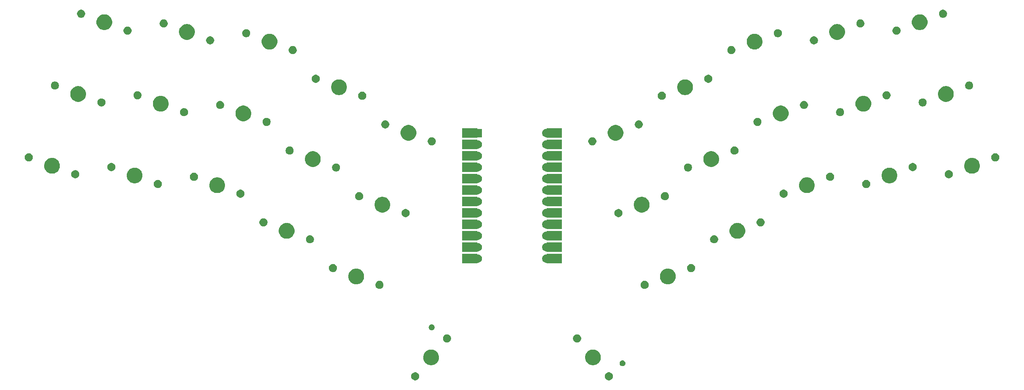
<source format=gbr>
G04 #@! TF.GenerationSoftware,KiCad,Pcbnew,(5.1.4)-1*
G04 #@! TF.CreationDate,2021-02-14T17:08:46-07:00*
G04 #@! TF.ProjectId,ONI-Kyan Shakotan,4f4e492d-4b79-4616-9e20-5368616b6f74,rev?*
G04 #@! TF.SameCoordinates,Original*
G04 #@! TF.FileFunction,Soldermask,Top*
G04 #@! TF.FilePolarity,Negative*
%FSLAX46Y46*%
G04 Gerber Fmt 4.6, Leading zero omitted, Abs format (unit mm)*
G04 Created by KiCad (PCBNEW (5.1.4)-1) date 2021-02-14 17:08:46*
%MOMM*%
%LPD*%
G04 APERTURE LIST*
%ADD10C,0.150000*%
G04 APERTURE END LIST*
D10*
G36*
X164523844Y-130817172D02*
G01*
X164673144Y-130846869D01*
X164837116Y-130914789D01*
X164984686Y-131013392D01*
X165110185Y-131138891D01*
X165208788Y-131286461D01*
X165276708Y-131450433D01*
X165311332Y-131624504D01*
X165311332Y-131801986D01*
X165276708Y-131976057D01*
X165208788Y-132140029D01*
X165110185Y-132287599D01*
X164984686Y-132413098D01*
X164837116Y-132511701D01*
X164673144Y-132579621D01*
X164523844Y-132609318D01*
X164499074Y-132614245D01*
X164321590Y-132614245D01*
X164296820Y-132609318D01*
X164147520Y-132579621D01*
X163983548Y-132511701D01*
X163835978Y-132413098D01*
X163710479Y-132287599D01*
X163611876Y-132140029D01*
X163543956Y-131976057D01*
X163509332Y-131801986D01*
X163509332Y-131624504D01*
X163543956Y-131450433D01*
X163611876Y-131286461D01*
X163710479Y-131138891D01*
X163835978Y-131013392D01*
X163983548Y-130914789D01*
X164147520Y-130846869D01*
X164296820Y-130817172D01*
X164321590Y-130812245D01*
X164499074Y-130812245D01*
X164523844Y-130817172D01*
X164523844Y-130817172D01*
G37*
G36*
X121453180Y-130817171D02*
G01*
X121602480Y-130846868D01*
X121766452Y-130914788D01*
X121914022Y-131013391D01*
X122039521Y-131138890D01*
X122138124Y-131286460D01*
X122206044Y-131450432D01*
X122240668Y-131624503D01*
X122240668Y-131801985D01*
X122206044Y-131976056D01*
X122138124Y-132140028D01*
X122039521Y-132287598D01*
X121914022Y-132413097D01*
X121766452Y-132511700D01*
X121602480Y-132579620D01*
X121453180Y-132609317D01*
X121428410Y-132614244D01*
X121250926Y-132614244D01*
X121226156Y-132609317D01*
X121076856Y-132579620D01*
X120912884Y-132511700D01*
X120765314Y-132413097D01*
X120639815Y-132287598D01*
X120541212Y-132140028D01*
X120473292Y-131976056D01*
X120438668Y-131801985D01*
X120438668Y-131624503D01*
X120473292Y-131450432D01*
X120541212Y-131286460D01*
X120639815Y-131138890D01*
X120765314Y-131013391D01*
X120912884Y-130914788D01*
X121076856Y-130846868D01*
X121226156Y-130817171D01*
X121250926Y-130812244D01*
X121428410Y-130812244D01*
X121453180Y-130817171D01*
X121453180Y-130817171D01*
G37*
G36*
X167637628Y-128173062D02*
G01*
X167756102Y-128222136D01*
X167862726Y-128293380D01*
X167953403Y-128384057D01*
X168024647Y-128490681D01*
X168073721Y-128609155D01*
X168098738Y-128734927D01*
X168098738Y-128863163D01*
X168073721Y-128988935D01*
X168024647Y-129107409D01*
X167953403Y-129214033D01*
X167862726Y-129304710D01*
X167756102Y-129375954D01*
X167756101Y-129375955D01*
X167756100Y-129375955D01*
X167637628Y-129425028D01*
X167511857Y-129450045D01*
X167383619Y-129450045D01*
X167257848Y-129425028D01*
X167139376Y-129375955D01*
X167139375Y-129375955D01*
X167139374Y-129375954D01*
X167032750Y-129304710D01*
X166942073Y-129214033D01*
X166870829Y-129107409D01*
X166821755Y-128988935D01*
X166796738Y-128863163D01*
X166796738Y-128734927D01*
X166821755Y-128609155D01*
X166870829Y-128490681D01*
X166942073Y-128384057D01*
X167032750Y-128293380D01*
X167139374Y-128222136D01*
X167257848Y-128173062D01*
X167383619Y-128148045D01*
X167511857Y-128148045D01*
X167637628Y-128173062D01*
X167637628Y-128173062D01*
G37*
G36*
X161272985Y-125793861D02*
G01*
X161385748Y-125816291D01*
X161517741Y-125870964D01*
X161704408Y-125948284D01*
X161991196Y-126139910D01*
X162235091Y-126383805D01*
X162426717Y-126670593D01*
X162504037Y-126857260D01*
X162558710Y-126989252D01*
X162558710Y-126989254D01*
X162626000Y-127327541D01*
X162626000Y-127672461D01*
X162558710Y-128010748D01*
X162426717Y-128329409D01*
X162235091Y-128616197D01*
X161991196Y-128860092D01*
X161704408Y-129051718D01*
X161569962Y-129107407D01*
X161385748Y-129183711D01*
X161272985Y-129206141D01*
X161047460Y-129251001D01*
X160702540Y-129251001D01*
X160477015Y-129206141D01*
X160364252Y-129183711D01*
X160180038Y-129107407D01*
X160045592Y-129051718D01*
X159758804Y-128860092D01*
X159514909Y-128616197D01*
X159323283Y-128329409D01*
X159191290Y-128010748D01*
X159124000Y-127672461D01*
X159124000Y-127327541D01*
X159191290Y-126989254D01*
X159191291Y-126989252D01*
X159245963Y-126857260D01*
X159323283Y-126670593D01*
X159514909Y-126383805D01*
X159758804Y-126139910D01*
X160045592Y-125948284D01*
X160232259Y-125870964D01*
X160364252Y-125816291D01*
X160477015Y-125793861D01*
X160702540Y-125749001D01*
X161047460Y-125749001D01*
X161272985Y-125793861D01*
X161272985Y-125793861D01*
G37*
G36*
X125272985Y-125793860D02*
G01*
X125385748Y-125816290D01*
X125517741Y-125870963D01*
X125704408Y-125948283D01*
X125991196Y-126139909D01*
X126235091Y-126383804D01*
X126426717Y-126670592D01*
X126558710Y-126989253D01*
X126626000Y-127327540D01*
X126626000Y-127672460D01*
X126581140Y-127897985D01*
X126558710Y-128010748D01*
X126504037Y-128142741D01*
X126426717Y-128329408D01*
X126235091Y-128616196D01*
X125991196Y-128860091D01*
X125704408Y-129051717D01*
X125569955Y-129107409D01*
X125385748Y-129183710D01*
X125272985Y-129206140D01*
X125047460Y-129251000D01*
X124702540Y-129251000D01*
X124477015Y-129206140D01*
X124364252Y-129183710D01*
X124180045Y-129107409D01*
X124045592Y-129051717D01*
X123758804Y-128860091D01*
X123514909Y-128616196D01*
X123323283Y-128329408D01*
X123245963Y-128142741D01*
X123191290Y-128010748D01*
X123168860Y-127897985D01*
X123124000Y-127672460D01*
X123124000Y-127327540D01*
X123191290Y-126989253D01*
X123323283Y-126670592D01*
X123514909Y-126383804D01*
X123758804Y-126139909D01*
X124045592Y-125948283D01*
X124232259Y-125870963D01*
X124364252Y-125816290D01*
X124477015Y-125793860D01*
X124702540Y-125749000D01*
X125047460Y-125749000D01*
X125272985Y-125793860D01*
X125272985Y-125793860D01*
G37*
G36*
X157453180Y-122390684D02*
G01*
X157602480Y-122420381D01*
X157766452Y-122488301D01*
X157914022Y-122586904D01*
X158039521Y-122712403D01*
X158138124Y-122859973D01*
X158206044Y-123023945D01*
X158240668Y-123198016D01*
X158240668Y-123375498D01*
X158206044Y-123549569D01*
X158138124Y-123713541D01*
X158039521Y-123861111D01*
X157914022Y-123986610D01*
X157766452Y-124085213D01*
X157602480Y-124153133D01*
X157453180Y-124182830D01*
X157428410Y-124187757D01*
X157250926Y-124187757D01*
X157226156Y-124182830D01*
X157076856Y-124153133D01*
X156912884Y-124085213D01*
X156765314Y-123986610D01*
X156639815Y-123861111D01*
X156541212Y-123713541D01*
X156473292Y-123549569D01*
X156438668Y-123375498D01*
X156438668Y-123198016D01*
X156473292Y-123023945D01*
X156541212Y-122859973D01*
X156639815Y-122712403D01*
X156765314Y-122586904D01*
X156912884Y-122488301D01*
X157076856Y-122420381D01*
X157226156Y-122390684D01*
X157250926Y-122385757D01*
X157428410Y-122385757D01*
X157453180Y-122390684D01*
X157453180Y-122390684D01*
G37*
G36*
X128523844Y-122390683D02*
G01*
X128673144Y-122420380D01*
X128837116Y-122488300D01*
X128984686Y-122586903D01*
X129110185Y-122712402D01*
X129208788Y-122859972D01*
X129276708Y-123023944D01*
X129311332Y-123198015D01*
X129311332Y-123375497D01*
X129276708Y-123549568D01*
X129208788Y-123713540D01*
X129110185Y-123861110D01*
X128984686Y-123986609D01*
X128837116Y-124085212D01*
X128673144Y-124153132D01*
X128523844Y-124182829D01*
X128499074Y-124187756D01*
X128321590Y-124187756D01*
X128296820Y-124182829D01*
X128147520Y-124153132D01*
X127983548Y-124085212D01*
X127835978Y-123986609D01*
X127710479Y-123861110D01*
X127611876Y-123713540D01*
X127543956Y-123549568D01*
X127509332Y-123375497D01*
X127509332Y-123198015D01*
X127543956Y-123023944D01*
X127611876Y-122859972D01*
X127710479Y-122712402D01*
X127835978Y-122586903D01*
X127983548Y-122488300D01*
X128147520Y-122420380D01*
X128296820Y-122390683D01*
X128321590Y-122385756D01*
X128499074Y-122385756D01*
X128523844Y-122390683D01*
X128523844Y-122390683D01*
G37*
G36*
X125202855Y-120175557D02*
G01*
X125321329Y-120224631D01*
X125427953Y-120295875D01*
X125518630Y-120386552D01*
X125589874Y-120493176D01*
X125638948Y-120611650D01*
X125663965Y-120737422D01*
X125663965Y-120865658D01*
X125638948Y-120991430D01*
X125589874Y-121109904D01*
X125518630Y-121216528D01*
X125427953Y-121307205D01*
X125321329Y-121378449D01*
X125321328Y-121378450D01*
X125321327Y-121378450D01*
X125202855Y-121427523D01*
X125077084Y-121452540D01*
X124948846Y-121452540D01*
X124823075Y-121427523D01*
X124704603Y-121378450D01*
X124704602Y-121378450D01*
X124704601Y-121378449D01*
X124597977Y-121307205D01*
X124507300Y-121216528D01*
X124436056Y-121109904D01*
X124386982Y-120991430D01*
X124361965Y-120865658D01*
X124361965Y-120737422D01*
X124386982Y-120611650D01*
X124436056Y-120493176D01*
X124507300Y-120386552D01*
X124597977Y-120295875D01*
X124704601Y-120224631D01*
X124823075Y-120175557D01*
X124948846Y-120150540D01*
X125077084Y-120150540D01*
X125202855Y-120175557D01*
X125202855Y-120175557D01*
G37*
G36*
X113502001Y-110468110D02*
G01*
X113651301Y-110497807D01*
X113815273Y-110565727D01*
X113962843Y-110664330D01*
X114088342Y-110789829D01*
X114186945Y-110937399D01*
X114254865Y-111101371D01*
X114281260Y-111234070D01*
X114289489Y-111275439D01*
X114289489Y-111452924D01*
X114254865Y-111626995D01*
X114186945Y-111790967D01*
X114088342Y-111938537D01*
X113962843Y-112064036D01*
X113815273Y-112162639D01*
X113651301Y-112230559D01*
X113502001Y-112260256D01*
X113477231Y-112265183D01*
X113299747Y-112265183D01*
X113274977Y-112260256D01*
X113125677Y-112230559D01*
X112961705Y-112162639D01*
X112814135Y-112064036D01*
X112688636Y-111938537D01*
X112590033Y-111790967D01*
X112522113Y-111626995D01*
X112487489Y-111452924D01*
X112487489Y-111275442D01*
X112487490Y-111275439D01*
X112495718Y-111234070D01*
X112522113Y-111101371D01*
X112590033Y-110937399D01*
X112688636Y-110789829D01*
X112814135Y-110664330D01*
X112961705Y-110565727D01*
X113125677Y-110497807D01*
X113274977Y-110468110D01*
X113299747Y-110463183D01*
X113477231Y-110463183D01*
X113502001Y-110468110D01*
X113502001Y-110468110D01*
G37*
G36*
X172475025Y-110468108D02*
G01*
X172624325Y-110497805D01*
X172788297Y-110565725D01*
X172935867Y-110664328D01*
X173061366Y-110789827D01*
X173159969Y-110937397D01*
X173227889Y-111101369D01*
X173257586Y-111250669D01*
X173262513Y-111275439D01*
X173262513Y-111452923D01*
X173257586Y-111477693D01*
X173227889Y-111626993D01*
X173159969Y-111790965D01*
X173061366Y-111938535D01*
X172935867Y-112064034D01*
X172788297Y-112162637D01*
X172624325Y-112230557D01*
X172475025Y-112260254D01*
X172450255Y-112265181D01*
X172272771Y-112265181D01*
X172248001Y-112260254D01*
X172098701Y-112230557D01*
X171934729Y-112162637D01*
X171787159Y-112064034D01*
X171661660Y-111938535D01*
X171563057Y-111790965D01*
X171495137Y-111626993D01*
X171465440Y-111477693D01*
X171460513Y-111452923D01*
X171460513Y-111275439D01*
X171465440Y-111250669D01*
X171495137Y-111101369D01*
X171563057Y-110937397D01*
X171661660Y-110789827D01*
X171787159Y-110664328D01*
X171934729Y-110565725D01*
X172098701Y-110497805D01*
X172248001Y-110468108D01*
X172272771Y-110463181D01*
X172450255Y-110463181D01*
X172475025Y-110468108D01*
X172475025Y-110468108D01*
G37*
G36*
X108618165Y-107776932D02*
G01*
X108730928Y-107799362D01*
X108862921Y-107854035D01*
X109049588Y-107931355D01*
X109336376Y-108122981D01*
X109580271Y-108366876D01*
X109771897Y-108653664D01*
X109849217Y-108840331D01*
X109903890Y-108972323D01*
X109903890Y-108972325D01*
X109971180Y-109310610D01*
X109971180Y-109655530D01*
X109903891Y-109993817D01*
X109903890Y-109993819D01*
X109771897Y-110312480D01*
X109580271Y-110599268D01*
X109336376Y-110843163D01*
X109049588Y-111034789D01*
X108862921Y-111112109D01*
X108730928Y-111166782D01*
X108618165Y-111189212D01*
X108392640Y-111234072D01*
X108047720Y-111234072D01*
X107822195Y-111189212D01*
X107709432Y-111166782D01*
X107577439Y-111112109D01*
X107390772Y-111034789D01*
X107103984Y-110843163D01*
X106860089Y-110599268D01*
X106668463Y-110312480D01*
X106536470Y-109993819D01*
X106536470Y-109993817D01*
X106469180Y-109655530D01*
X106469180Y-109310614D01*
X106469181Y-109310610D01*
X106536470Y-108972325D01*
X106536471Y-108972323D01*
X106591143Y-108840331D01*
X106668463Y-108653664D01*
X106860089Y-108366876D01*
X107103984Y-108122981D01*
X107390772Y-107931355D01*
X107577439Y-107854035D01*
X107709432Y-107799362D01*
X107822195Y-107776932D01*
X108047720Y-107732072D01*
X108392640Y-107732072D01*
X108618165Y-107776932D01*
X108618165Y-107776932D01*
G37*
G36*
X177927807Y-107776930D02*
G01*
X178040570Y-107799360D01*
X178172563Y-107854033D01*
X178359230Y-107931353D01*
X178646018Y-108122979D01*
X178889913Y-108366874D01*
X179081539Y-108653662D01*
X179158859Y-108840329D01*
X179213532Y-108972322D01*
X179235962Y-109085085D01*
X179280822Y-109310610D01*
X179280822Y-109655530D01*
X179235962Y-109881055D01*
X179213532Y-109993818D01*
X179213531Y-109993820D01*
X179081539Y-110312478D01*
X178889913Y-110599266D01*
X178646018Y-110843161D01*
X178359230Y-111034787D01*
X178198481Y-111101371D01*
X178040570Y-111166780D01*
X177927807Y-111189210D01*
X177702282Y-111234070D01*
X177357362Y-111234070D01*
X177131837Y-111189210D01*
X177019074Y-111166780D01*
X176861163Y-111101371D01*
X176700414Y-111034787D01*
X176413626Y-110843161D01*
X176169731Y-110599266D01*
X175978105Y-110312478D01*
X175846113Y-109993820D01*
X175846112Y-109993818D01*
X175823682Y-109881055D01*
X175778822Y-109655530D01*
X175778822Y-109310610D01*
X175823682Y-109085085D01*
X175846112Y-108972322D01*
X175900785Y-108840329D01*
X175978105Y-108653662D01*
X176169731Y-108366874D01*
X176413626Y-108122979D01*
X176700414Y-107931353D01*
X176887081Y-107854033D01*
X177019074Y-107799360D01*
X177131837Y-107776930D01*
X177357362Y-107732070D01*
X177702282Y-107732070D01*
X177927807Y-107776930D01*
X177927807Y-107776930D01*
G37*
G36*
X103165383Y-106705888D02*
G01*
X103314683Y-106735585D01*
X103478655Y-106803505D01*
X103626225Y-106902108D01*
X103751724Y-107027607D01*
X103850327Y-107175177D01*
X103918247Y-107339149D01*
X103947944Y-107488449D01*
X103952871Y-107513217D01*
X103952871Y-107690702D01*
X103918247Y-107864773D01*
X103850327Y-108028745D01*
X103751724Y-108176315D01*
X103626225Y-108301814D01*
X103478655Y-108400417D01*
X103314683Y-108468337D01*
X103165383Y-108498034D01*
X103140613Y-108502961D01*
X102963129Y-108502961D01*
X102938359Y-108498034D01*
X102789059Y-108468337D01*
X102625087Y-108400417D01*
X102477517Y-108301814D01*
X102352018Y-108176315D01*
X102253415Y-108028745D01*
X102185495Y-107864773D01*
X102150871Y-107690702D01*
X102150871Y-107513220D01*
X102150872Y-107513217D01*
X102155798Y-107488449D01*
X102185495Y-107339149D01*
X102253415Y-107175177D01*
X102352018Y-107027607D01*
X102477517Y-106902108D01*
X102625087Y-106803505D01*
X102789059Y-106735585D01*
X102938359Y-106705888D01*
X102963129Y-106700961D01*
X103140613Y-106700961D01*
X103165383Y-106705888D01*
X103165383Y-106705888D01*
G37*
G36*
X182811643Y-106705886D02*
G01*
X182960943Y-106735583D01*
X183124915Y-106803503D01*
X183272485Y-106902106D01*
X183397984Y-107027605D01*
X183496587Y-107175175D01*
X183564507Y-107339147D01*
X183594204Y-107488447D01*
X183599131Y-107513217D01*
X183599131Y-107690701D01*
X183594204Y-107715471D01*
X183564507Y-107864771D01*
X183496587Y-108028743D01*
X183397984Y-108176313D01*
X183272485Y-108301812D01*
X183124915Y-108400415D01*
X182960943Y-108468335D01*
X182811643Y-108498032D01*
X182786873Y-108502959D01*
X182609389Y-108502959D01*
X182584619Y-108498032D01*
X182435319Y-108468335D01*
X182271347Y-108400415D01*
X182123777Y-108301812D01*
X181998278Y-108176313D01*
X181899675Y-108028743D01*
X181831755Y-107864771D01*
X181802058Y-107715471D01*
X181797131Y-107690701D01*
X181797131Y-107513217D01*
X181802058Y-107488447D01*
X181831755Y-107339147D01*
X181899675Y-107175175D01*
X181998278Y-107027605D01*
X182123777Y-106902106D01*
X182271347Y-106803503D01*
X182435319Y-106735583D01*
X182584619Y-106705886D01*
X182609389Y-106700959D01*
X182786873Y-106700959D01*
X182811643Y-106705886D01*
X182811643Y-106705886D01*
G37*
G36*
X153949000Y-106560272D02*
G01*
X150596872Y-106560272D01*
X150594598Y-106537185D01*
X150587485Y-106513736D01*
X150575934Y-106492125D01*
X150560389Y-106473183D01*
X150541447Y-106457638D01*
X150519836Y-106446087D01*
X150496387Y-106438974D01*
X150472001Y-106436572D01*
X150403668Y-106436572D01*
X150224517Y-106400937D01*
X150055760Y-106331036D01*
X149903882Y-106229554D01*
X149774718Y-106100390D01*
X149673236Y-105948512D01*
X149603335Y-105779755D01*
X149567700Y-105600604D01*
X149567700Y-105417940D01*
X149603335Y-105238789D01*
X149673236Y-105070032D01*
X149774718Y-104918154D01*
X149903882Y-104788990D01*
X150055760Y-104687508D01*
X150224517Y-104617607D01*
X150403668Y-104581972D01*
X150472001Y-104581972D01*
X150496387Y-104579570D01*
X150519836Y-104572457D01*
X150541447Y-104560906D01*
X150560389Y-104545361D01*
X150575934Y-104526419D01*
X150587485Y-104504808D01*
X150594598Y-104481359D01*
X150596872Y-104458272D01*
X153949000Y-104458272D01*
X153949000Y-106560272D01*
X153949000Y-106560272D01*
G37*
G36*
X135155402Y-104481359D02*
G01*
X135162515Y-104504808D01*
X135174066Y-104526419D01*
X135189611Y-104545361D01*
X135208553Y-104560906D01*
X135230164Y-104572457D01*
X135253613Y-104579570D01*
X135277999Y-104581972D01*
X135346332Y-104581972D01*
X135525483Y-104617607D01*
X135694240Y-104687508D01*
X135846118Y-104788990D01*
X135975282Y-104918154D01*
X136076764Y-105070032D01*
X136146665Y-105238789D01*
X136182300Y-105417940D01*
X136182300Y-105600604D01*
X136146665Y-105779755D01*
X136076764Y-105948512D01*
X135975282Y-106100390D01*
X135846118Y-106229554D01*
X135694240Y-106331036D01*
X135525483Y-106400937D01*
X135346332Y-106436572D01*
X135277999Y-106436572D01*
X135253613Y-106438974D01*
X135230164Y-106446087D01*
X135208553Y-106457638D01*
X135189611Y-106473183D01*
X135174066Y-106492125D01*
X135162515Y-106513736D01*
X135155402Y-106537185D01*
X135153128Y-106560272D01*
X131801000Y-106560272D01*
X131801000Y-104458272D01*
X135153128Y-104458272D01*
X135155402Y-104481359D01*
X135155402Y-104481359D01*
G37*
G36*
X135155402Y-101941359D02*
G01*
X135162515Y-101964808D01*
X135174066Y-101986419D01*
X135189611Y-102005361D01*
X135208553Y-102020906D01*
X135230164Y-102032457D01*
X135253613Y-102039570D01*
X135277999Y-102041972D01*
X135346332Y-102041972D01*
X135525483Y-102077607D01*
X135694240Y-102147508D01*
X135846118Y-102248990D01*
X135975282Y-102378154D01*
X136076764Y-102530032D01*
X136146665Y-102698789D01*
X136182300Y-102877940D01*
X136182300Y-103060604D01*
X136146665Y-103239755D01*
X136076764Y-103408512D01*
X135975282Y-103560390D01*
X135846118Y-103689554D01*
X135694240Y-103791036D01*
X135525483Y-103860937D01*
X135346332Y-103896572D01*
X135277999Y-103896572D01*
X135253613Y-103898974D01*
X135230164Y-103906087D01*
X135208553Y-103917638D01*
X135189611Y-103933183D01*
X135174066Y-103952125D01*
X135162515Y-103973736D01*
X135155402Y-103997185D01*
X135153128Y-104020272D01*
X131801000Y-104020272D01*
X131801000Y-101918272D01*
X135153128Y-101918272D01*
X135155402Y-101941359D01*
X135155402Y-101941359D01*
G37*
G36*
X153949000Y-104020272D02*
G01*
X150596872Y-104020272D01*
X150594598Y-103997185D01*
X150587485Y-103973736D01*
X150575934Y-103952125D01*
X150560389Y-103933183D01*
X150541447Y-103917638D01*
X150519836Y-103906087D01*
X150496387Y-103898974D01*
X150472001Y-103896572D01*
X150403668Y-103896572D01*
X150224517Y-103860937D01*
X150055760Y-103791036D01*
X149903882Y-103689554D01*
X149774718Y-103560390D01*
X149673236Y-103408512D01*
X149603335Y-103239755D01*
X149567700Y-103060604D01*
X149567700Y-102877940D01*
X149603335Y-102698789D01*
X149673236Y-102530032D01*
X149774718Y-102378154D01*
X149903882Y-102248990D01*
X150055760Y-102147508D01*
X150224517Y-102077607D01*
X150403668Y-102041972D01*
X150472001Y-102041972D01*
X150496387Y-102039570D01*
X150519836Y-102032457D01*
X150541447Y-102020906D01*
X150560389Y-102005361D01*
X150575934Y-101986419D01*
X150587485Y-101964808D01*
X150594598Y-101941359D01*
X150596872Y-101918272D01*
X153949000Y-101918272D01*
X153949000Y-104020272D01*
X153949000Y-104020272D01*
G37*
G36*
X98041121Y-100318054D02*
G01*
X98190421Y-100347751D01*
X98354393Y-100415671D01*
X98501963Y-100514274D01*
X98627462Y-100639773D01*
X98726065Y-100787343D01*
X98793985Y-100951315D01*
X98828609Y-101125386D01*
X98828609Y-101302868D01*
X98793985Y-101476939D01*
X98726065Y-101640911D01*
X98627462Y-101788481D01*
X98501963Y-101913980D01*
X98354393Y-102012583D01*
X98190421Y-102080503D01*
X98041121Y-102110200D01*
X98016351Y-102115127D01*
X97838867Y-102115127D01*
X97814097Y-102110200D01*
X97664797Y-102080503D01*
X97500825Y-102012583D01*
X97353255Y-101913980D01*
X97227756Y-101788481D01*
X97129153Y-101640911D01*
X97061233Y-101476939D01*
X97026609Y-101302868D01*
X97026609Y-101125386D01*
X97061233Y-100951315D01*
X97129153Y-100787343D01*
X97227756Y-100639773D01*
X97353255Y-100514274D01*
X97500825Y-100415671D01*
X97664797Y-100347751D01*
X97814097Y-100318054D01*
X97838867Y-100313127D01*
X98016351Y-100313127D01*
X98041121Y-100318054D01*
X98041121Y-100318054D01*
G37*
G36*
X187935905Y-100318053D02*
G01*
X188085205Y-100347750D01*
X188249177Y-100415670D01*
X188396747Y-100514273D01*
X188522246Y-100639772D01*
X188620849Y-100787342D01*
X188688769Y-100951314D01*
X188723393Y-101125385D01*
X188723393Y-101302867D01*
X188688769Y-101476938D01*
X188620849Y-101640910D01*
X188522246Y-101788480D01*
X188396747Y-101913979D01*
X188249177Y-102012582D01*
X188085205Y-102080502D01*
X187935905Y-102110199D01*
X187911135Y-102115126D01*
X187733651Y-102115126D01*
X187708881Y-102110199D01*
X187559581Y-102080502D01*
X187395609Y-102012582D01*
X187248039Y-101913979D01*
X187122540Y-101788480D01*
X187023937Y-101640910D01*
X186956017Y-101476938D01*
X186921393Y-101302867D01*
X186921393Y-101125385D01*
X186956017Y-100951314D01*
X187023937Y-100787342D01*
X187122540Y-100639772D01*
X187248039Y-100514273D01*
X187395609Y-100415670D01*
X187559581Y-100347750D01*
X187708881Y-100318053D01*
X187733651Y-100313126D01*
X187911135Y-100313126D01*
X187935905Y-100318053D01*
X187935905Y-100318053D01*
G37*
G36*
X135155402Y-99401359D02*
G01*
X135162515Y-99424808D01*
X135174066Y-99446419D01*
X135189611Y-99465361D01*
X135208553Y-99480906D01*
X135230164Y-99492457D01*
X135253613Y-99499570D01*
X135277999Y-99501972D01*
X135346332Y-99501972D01*
X135525483Y-99537607D01*
X135694240Y-99607508D01*
X135846118Y-99708990D01*
X135975282Y-99838154D01*
X136076764Y-99990032D01*
X136146665Y-100158789D01*
X136182300Y-100337940D01*
X136182300Y-100520604D01*
X136146665Y-100699755D01*
X136076764Y-100868512D01*
X135975282Y-101020390D01*
X135846118Y-101149554D01*
X135694240Y-101251036D01*
X135525483Y-101320937D01*
X135346332Y-101356572D01*
X135277999Y-101356572D01*
X135253613Y-101358974D01*
X135230164Y-101366087D01*
X135208553Y-101377638D01*
X135189611Y-101393183D01*
X135174066Y-101412125D01*
X135162515Y-101433736D01*
X135155402Y-101457185D01*
X135153128Y-101480272D01*
X131801000Y-101480272D01*
X131801000Y-99378272D01*
X135153128Y-99378272D01*
X135155402Y-99401359D01*
X135155402Y-99401359D01*
G37*
G36*
X153949000Y-101480272D02*
G01*
X150596872Y-101480272D01*
X150594598Y-101457185D01*
X150587485Y-101433736D01*
X150575934Y-101412125D01*
X150560389Y-101393183D01*
X150541447Y-101377638D01*
X150519836Y-101366087D01*
X150496387Y-101358974D01*
X150472001Y-101356572D01*
X150403668Y-101356572D01*
X150224517Y-101320937D01*
X150055760Y-101251036D01*
X149903882Y-101149554D01*
X149774718Y-101020390D01*
X149673236Y-100868512D01*
X149603335Y-100699755D01*
X149567700Y-100520604D01*
X149567700Y-100337940D01*
X149603335Y-100158789D01*
X149673236Y-99990032D01*
X149774718Y-99838154D01*
X149903882Y-99708990D01*
X150055760Y-99607508D01*
X150224517Y-99537607D01*
X150403668Y-99501972D01*
X150472001Y-99501972D01*
X150496387Y-99499570D01*
X150519836Y-99492457D01*
X150541447Y-99480906D01*
X150560389Y-99465361D01*
X150575934Y-99446419D01*
X150587485Y-99424808D01*
X150594598Y-99401359D01*
X150596872Y-99378272D01*
X153949000Y-99378272D01*
X153949000Y-101480272D01*
X153949000Y-101480272D01*
G37*
G36*
X93116629Y-97618789D02*
G01*
X93270048Y-97649306D01*
X93402041Y-97703979D01*
X93588708Y-97781299D01*
X93875496Y-97972925D01*
X94119391Y-98216820D01*
X94311017Y-98503608D01*
X94354901Y-98609554D01*
X94443010Y-98822268D01*
X94446067Y-98837638D01*
X94510300Y-99160556D01*
X94510300Y-99505476D01*
X94443010Y-99843763D01*
X94311017Y-100162424D01*
X94119391Y-100449212D01*
X93875496Y-100693107D01*
X93588708Y-100884733D01*
X93402041Y-100962053D01*
X93270048Y-101016726D01*
X93157285Y-101039156D01*
X92931760Y-101084016D01*
X92586840Y-101084016D01*
X92361315Y-101039156D01*
X92248552Y-101016726D01*
X92116559Y-100962053D01*
X91929892Y-100884733D01*
X91643104Y-100693107D01*
X91399209Y-100449212D01*
X91207583Y-100162424D01*
X91075590Y-99843763D01*
X91008300Y-99505476D01*
X91008300Y-99160556D01*
X91072533Y-98837638D01*
X91075590Y-98822268D01*
X91163699Y-98609554D01*
X91207583Y-98503608D01*
X91399209Y-98216820D01*
X91643104Y-97972925D01*
X91929892Y-97781299D01*
X92116559Y-97703979D01*
X92248552Y-97649306D01*
X92401971Y-97618789D01*
X92586840Y-97582016D01*
X92931760Y-97582016D01*
X93116629Y-97618789D01*
X93116629Y-97618789D01*
G37*
G36*
X193348036Y-97618789D02*
G01*
X193501450Y-97649305D01*
X193633443Y-97703978D01*
X193820110Y-97781298D01*
X194106898Y-97972924D01*
X194350793Y-98216819D01*
X194542419Y-98503607D01*
X194542419Y-98503608D01*
X194674412Y-98822267D01*
X194684329Y-98872125D01*
X194741702Y-99160555D01*
X194741702Y-99505475D01*
X194735310Y-99537607D01*
X194674412Y-99843763D01*
X194619739Y-99975756D01*
X194542419Y-100162423D01*
X194350793Y-100449211D01*
X194106898Y-100693106D01*
X193820110Y-100884732D01*
X193659361Y-100951316D01*
X193501450Y-101016725D01*
X193388687Y-101039155D01*
X193163162Y-101084015D01*
X192818242Y-101084015D01*
X192592717Y-101039155D01*
X192479954Y-101016725D01*
X192322043Y-100951316D01*
X192161294Y-100884732D01*
X191874506Y-100693106D01*
X191630611Y-100449211D01*
X191438985Y-100162423D01*
X191361665Y-99975756D01*
X191306992Y-99843763D01*
X191246094Y-99537607D01*
X191239702Y-99505475D01*
X191239702Y-99160555D01*
X191297075Y-98872125D01*
X191306992Y-98822267D01*
X191438985Y-98503608D01*
X191438985Y-98503607D01*
X191630611Y-98216819D01*
X191874506Y-97972924D01*
X192161294Y-97781298D01*
X192347961Y-97703978D01*
X192479954Y-97649305D01*
X192633368Y-97618789D01*
X192818242Y-97582015D01*
X193163162Y-97582015D01*
X193348036Y-97618789D01*
X193348036Y-97618789D01*
G37*
G36*
X135155402Y-96861359D02*
G01*
X135162515Y-96884808D01*
X135174066Y-96906419D01*
X135189611Y-96925361D01*
X135208553Y-96940906D01*
X135230164Y-96952457D01*
X135253613Y-96959570D01*
X135277999Y-96961972D01*
X135346332Y-96961972D01*
X135525483Y-96997607D01*
X135694240Y-97067508D01*
X135846118Y-97168990D01*
X135975282Y-97298154D01*
X136076764Y-97450032D01*
X136146665Y-97618789D01*
X136182300Y-97797940D01*
X136182300Y-97980604D01*
X136146665Y-98159755D01*
X136076764Y-98328512D01*
X135975282Y-98480390D01*
X135846118Y-98609554D01*
X135694240Y-98711036D01*
X135525483Y-98780937D01*
X135346332Y-98816572D01*
X135277999Y-98816572D01*
X135253613Y-98818974D01*
X135230164Y-98826087D01*
X135208553Y-98837638D01*
X135189611Y-98853183D01*
X135174066Y-98872125D01*
X135162515Y-98893736D01*
X135155402Y-98917185D01*
X135153128Y-98940272D01*
X131801000Y-98940272D01*
X131801000Y-96838272D01*
X135153128Y-96838272D01*
X135155402Y-96861359D01*
X135155402Y-96861359D01*
G37*
G36*
X153949000Y-98940272D02*
G01*
X150596872Y-98940272D01*
X150594598Y-98917185D01*
X150587485Y-98893736D01*
X150575934Y-98872125D01*
X150560389Y-98853183D01*
X150541447Y-98837638D01*
X150519836Y-98826087D01*
X150496387Y-98818974D01*
X150472001Y-98816572D01*
X150403668Y-98816572D01*
X150224517Y-98780937D01*
X150055760Y-98711036D01*
X149903882Y-98609554D01*
X149774718Y-98480390D01*
X149673236Y-98328512D01*
X149603335Y-98159755D01*
X149567700Y-97980604D01*
X149567700Y-97797940D01*
X149603335Y-97618789D01*
X149673236Y-97450032D01*
X149774718Y-97298154D01*
X149903882Y-97168990D01*
X150055760Y-97067508D01*
X150224517Y-96997607D01*
X150403668Y-96961972D01*
X150472001Y-96961972D01*
X150496387Y-96959570D01*
X150519836Y-96952457D01*
X150541447Y-96940906D01*
X150560389Y-96925361D01*
X150575934Y-96906419D01*
X150587485Y-96884808D01*
X150594598Y-96861359D01*
X150596872Y-96838272D01*
X153949000Y-96838272D01*
X153949000Y-98940272D01*
X153949000Y-98940272D01*
G37*
G36*
X87704503Y-96555832D02*
G01*
X87853803Y-96585529D01*
X88017775Y-96653449D01*
X88165345Y-96752052D01*
X88290844Y-96877551D01*
X88389447Y-97025121D01*
X88457367Y-97189093D01*
X88491991Y-97363164D01*
X88491991Y-97540646D01*
X88457367Y-97714717D01*
X88389447Y-97878689D01*
X88290844Y-98026259D01*
X88165345Y-98151758D01*
X88017775Y-98250361D01*
X87853803Y-98318281D01*
X87704503Y-98347978D01*
X87679733Y-98352905D01*
X87502249Y-98352905D01*
X87477479Y-98347978D01*
X87328179Y-98318281D01*
X87164207Y-98250361D01*
X87016637Y-98151758D01*
X86891138Y-98026259D01*
X86792535Y-97878689D01*
X86724615Y-97714717D01*
X86689991Y-97540646D01*
X86689991Y-97363164D01*
X86724615Y-97189093D01*
X86792535Y-97025121D01*
X86891138Y-96877551D01*
X87016637Y-96752052D01*
X87164207Y-96653449D01*
X87328179Y-96585529D01*
X87477479Y-96555832D01*
X87502249Y-96550905D01*
X87679733Y-96550905D01*
X87704503Y-96555832D01*
X87704503Y-96555832D01*
G37*
G36*
X198272523Y-96555831D02*
G01*
X198421823Y-96585528D01*
X198585795Y-96653448D01*
X198733365Y-96752051D01*
X198858864Y-96877550D01*
X198957467Y-97025120D01*
X199025387Y-97189092D01*
X199060011Y-97363163D01*
X199060011Y-97540645D01*
X199025387Y-97714716D01*
X198957467Y-97878688D01*
X198858864Y-98026258D01*
X198733365Y-98151757D01*
X198585795Y-98250360D01*
X198421823Y-98318280D01*
X198272523Y-98347977D01*
X198247753Y-98352904D01*
X198070269Y-98352904D01*
X198045499Y-98347977D01*
X197896199Y-98318280D01*
X197732227Y-98250360D01*
X197584657Y-98151757D01*
X197459158Y-98026258D01*
X197360555Y-97878688D01*
X197292635Y-97714716D01*
X197258011Y-97540645D01*
X197258011Y-97363163D01*
X197292635Y-97189092D01*
X197360555Y-97025120D01*
X197459158Y-96877550D01*
X197584657Y-96752051D01*
X197732227Y-96653448D01*
X197896199Y-96585528D01*
X198045499Y-96555831D01*
X198070269Y-96550904D01*
X198247753Y-96550904D01*
X198272523Y-96555831D01*
X198272523Y-96555831D01*
G37*
G36*
X153949000Y-96400272D02*
G01*
X150596872Y-96400272D01*
X150594598Y-96377185D01*
X150587485Y-96353736D01*
X150575934Y-96332125D01*
X150560389Y-96313183D01*
X150541447Y-96297638D01*
X150519836Y-96286087D01*
X150496387Y-96278974D01*
X150472001Y-96276572D01*
X150403668Y-96276572D01*
X150224517Y-96240937D01*
X150055760Y-96171036D01*
X149903882Y-96069554D01*
X149774718Y-95940390D01*
X149673236Y-95788512D01*
X149603335Y-95619755D01*
X149567700Y-95440604D01*
X149567700Y-95257940D01*
X149603335Y-95078789D01*
X149673236Y-94910032D01*
X149774718Y-94758154D01*
X149903882Y-94628990D01*
X150055760Y-94527508D01*
X150224517Y-94457607D01*
X150403668Y-94421972D01*
X150472001Y-94421972D01*
X150496387Y-94419570D01*
X150519836Y-94412457D01*
X150541447Y-94400906D01*
X150560389Y-94385361D01*
X150575934Y-94366419D01*
X150587485Y-94344808D01*
X150594598Y-94321359D01*
X150596872Y-94298272D01*
X153949000Y-94298272D01*
X153949000Y-96400272D01*
X153949000Y-96400272D01*
G37*
G36*
X135155402Y-94321359D02*
G01*
X135162515Y-94344808D01*
X135174066Y-94366419D01*
X135189611Y-94385361D01*
X135208553Y-94400906D01*
X135230164Y-94412457D01*
X135253613Y-94419570D01*
X135277999Y-94421972D01*
X135346332Y-94421972D01*
X135525483Y-94457607D01*
X135694240Y-94527508D01*
X135846118Y-94628990D01*
X135975282Y-94758154D01*
X136076764Y-94910032D01*
X136146665Y-95078789D01*
X136182300Y-95257940D01*
X136182300Y-95440604D01*
X136146665Y-95619755D01*
X136076764Y-95788512D01*
X135975282Y-95940390D01*
X135846118Y-96069554D01*
X135694240Y-96171036D01*
X135525483Y-96240937D01*
X135346332Y-96276572D01*
X135277999Y-96276572D01*
X135253613Y-96278974D01*
X135230164Y-96286087D01*
X135208553Y-96297638D01*
X135189611Y-96313183D01*
X135174066Y-96332125D01*
X135162515Y-96353736D01*
X135155402Y-96377185D01*
X135153128Y-96400272D01*
X131801000Y-96400272D01*
X131801000Y-94298272D01*
X135153128Y-94298272D01*
X135155402Y-94321359D01*
X135155402Y-94321359D01*
G37*
G36*
X119316343Y-94493336D02*
G01*
X119465643Y-94523033D01*
X119629615Y-94590953D01*
X119777185Y-94689556D01*
X119902684Y-94815055D01*
X120001287Y-94962625D01*
X120069207Y-95126597D01*
X120103831Y-95300668D01*
X120103831Y-95478150D01*
X120069207Y-95652221D01*
X120001287Y-95816193D01*
X119902684Y-95963763D01*
X119777185Y-96089262D01*
X119629615Y-96187865D01*
X119465643Y-96255785D01*
X119316343Y-96285482D01*
X119291573Y-96290409D01*
X119114089Y-96290409D01*
X119089319Y-96285482D01*
X118940019Y-96255785D01*
X118776047Y-96187865D01*
X118628477Y-96089262D01*
X118502978Y-95963763D01*
X118404375Y-95816193D01*
X118336455Y-95652221D01*
X118301831Y-95478150D01*
X118301831Y-95300668D01*
X118336455Y-95126597D01*
X118404375Y-94962625D01*
X118502978Y-94815055D01*
X118628477Y-94689556D01*
X118776047Y-94590953D01*
X118940019Y-94523033D01*
X119089319Y-94493336D01*
X119114089Y-94488409D01*
X119291573Y-94488409D01*
X119316343Y-94493336D01*
X119316343Y-94493336D01*
G37*
G36*
X166660683Y-94493336D02*
G01*
X166809983Y-94523033D01*
X166973955Y-94590953D01*
X167121525Y-94689556D01*
X167247024Y-94815055D01*
X167345627Y-94962625D01*
X167413547Y-95126597D01*
X167448171Y-95300668D01*
X167448171Y-95478150D01*
X167413547Y-95652221D01*
X167345627Y-95816193D01*
X167247024Y-95963763D01*
X167121525Y-96089262D01*
X166973955Y-96187865D01*
X166809983Y-96255785D01*
X166660683Y-96285482D01*
X166635913Y-96290409D01*
X166458429Y-96290409D01*
X166433659Y-96285482D01*
X166284359Y-96255785D01*
X166120387Y-96187865D01*
X165972817Y-96089262D01*
X165847318Y-95963763D01*
X165748715Y-95816193D01*
X165680795Y-95652221D01*
X165646171Y-95478150D01*
X165646171Y-95300668D01*
X165680795Y-95126597D01*
X165748715Y-94962625D01*
X165847318Y-94815055D01*
X165972817Y-94689556D01*
X166120387Y-94590953D01*
X166284359Y-94523033D01*
X166433659Y-94493336D01*
X166458429Y-94488409D01*
X166635913Y-94488409D01*
X166660683Y-94493336D01*
X166660683Y-94493336D01*
G37*
G36*
X172113465Y-91802158D02*
G01*
X172226228Y-91824588D01*
X172341794Y-91872457D01*
X172544888Y-91956581D01*
X172831676Y-92148207D01*
X173075571Y-92392102D01*
X173267197Y-92678890D01*
X173283372Y-92717941D01*
X173359034Y-92900604D01*
X173399190Y-92997551D01*
X173466480Y-93335838D01*
X173466480Y-93680758D01*
X173399190Y-94019045D01*
X173267197Y-94337706D01*
X173075571Y-94624494D01*
X172831676Y-94868389D01*
X172544888Y-95060015D01*
X172358221Y-95137335D01*
X172226228Y-95192008D01*
X172113465Y-95214438D01*
X171887940Y-95259298D01*
X171543020Y-95259298D01*
X171317495Y-95214438D01*
X171204732Y-95192008D01*
X171072739Y-95137335D01*
X170886072Y-95060015D01*
X170599284Y-94868389D01*
X170355389Y-94624494D01*
X170163763Y-94337706D01*
X170031770Y-94019045D01*
X169964480Y-93680758D01*
X169964480Y-93335838D01*
X170031770Y-92997551D01*
X170071927Y-92900604D01*
X170147588Y-92717941D01*
X170163763Y-92678890D01*
X170355389Y-92392102D01*
X170599284Y-92148207D01*
X170886072Y-91956581D01*
X171089166Y-91872457D01*
X171204732Y-91824588D01*
X171317495Y-91802158D01*
X171543020Y-91757298D01*
X171887940Y-91757298D01*
X172113465Y-91802158D01*
X172113465Y-91802158D01*
G37*
G36*
X114432507Y-91802158D02*
G01*
X114545270Y-91824588D01*
X114660836Y-91872457D01*
X114863930Y-91956581D01*
X115150718Y-92148207D01*
X115394613Y-92392102D01*
X115586239Y-92678890D01*
X115602414Y-92717941D01*
X115678076Y-92900604D01*
X115718232Y-92997551D01*
X115785522Y-93335838D01*
X115785522Y-93680758D01*
X115718232Y-94019045D01*
X115586239Y-94337706D01*
X115394613Y-94624494D01*
X115150718Y-94868389D01*
X114863930Y-95060015D01*
X114677263Y-95137335D01*
X114545270Y-95192008D01*
X114432507Y-95214438D01*
X114206982Y-95259298D01*
X113862062Y-95259298D01*
X113636537Y-95214438D01*
X113523774Y-95192008D01*
X113391781Y-95137335D01*
X113205114Y-95060015D01*
X112918326Y-94868389D01*
X112674431Y-94624494D01*
X112482805Y-94337706D01*
X112350812Y-94019045D01*
X112283522Y-93680758D01*
X112283522Y-93335838D01*
X112350812Y-92997551D01*
X112390969Y-92900604D01*
X112466630Y-92717941D01*
X112482805Y-92678890D01*
X112674431Y-92392102D01*
X112918326Y-92148207D01*
X113205114Y-91956581D01*
X113408208Y-91872457D01*
X113523774Y-91824588D01*
X113636537Y-91802158D01*
X113862062Y-91757298D01*
X114206982Y-91757298D01*
X114432507Y-91802158D01*
X114432507Y-91802158D01*
G37*
G36*
X135155402Y-91781359D02*
G01*
X135162515Y-91804808D01*
X135174066Y-91826419D01*
X135189611Y-91845361D01*
X135208553Y-91860906D01*
X135230164Y-91872457D01*
X135253613Y-91879570D01*
X135277999Y-91881972D01*
X135346332Y-91881972D01*
X135525483Y-91917607D01*
X135694240Y-91987508D01*
X135846118Y-92088990D01*
X135975282Y-92218154D01*
X136076764Y-92370032D01*
X136146665Y-92538789D01*
X136182300Y-92717940D01*
X136182300Y-92900604D01*
X136146665Y-93079755D01*
X136076764Y-93248512D01*
X135975282Y-93400390D01*
X135846118Y-93529554D01*
X135694240Y-93631036D01*
X135525483Y-93700937D01*
X135346332Y-93736572D01*
X135277999Y-93736572D01*
X135253613Y-93738974D01*
X135230164Y-93746087D01*
X135208553Y-93757638D01*
X135189611Y-93773183D01*
X135174066Y-93792125D01*
X135162515Y-93813736D01*
X135155402Y-93837185D01*
X135153128Y-93860272D01*
X131801000Y-93860272D01*
X131801000Y-91758272D01*
X135153128Y-91758272D01*
X135155402Y-91781359D01*
X135155402Y-91781359D01*
G37*
G36*
X153949000Y-93860272D02*
G01*
X150596872Y-93860272D01*
X150594598Y-93837185D01*
X150587485Y-93813736D01*
X150575934Y-93792125D01*
X150560389Y-93773183D01*
X150541447Y-93757638D01*
X150519836Y-93746087D01*
X150496387Y-93738974D01*
X150472001Y-93736572D01*
X150403668Y-93736572D01*
X150224517Y-93700937D01*
X150055760Y-93631036D01*
X149903882Y-93529554D01*
X149774718Y-93400390D01*
X149673236Y-93248512D01*
X149603335Y-93079755D01*
X149567700Y-92900604D01*
X149567700Y-92717940D01*
X149603335Y-92538789D01*
X149673236Y-92370032D01*
X149774718Y-92218154D01*
X149903882Y-92088990D01*
X150055760Y-91987508D01*
X150224517Y-91917607D01*
X150403668Y-91881972D01*
X150472001Y-91881972D01*
X150496387Y-91879570D01*
X150519836Y-91872457D01*
X150541447Y-91860906D01*
X150560389Y-91845361D01*
X150575934Y-91826419D01*
X150587485Y-91804808D01*
X150594598Y-91781359D01*
X150596872Y-91758272D01*
X153949000Y-91758272D01*
X153949000Y-93860272D01*
X153949000Y-93860272D01*
G37*
G36*
X108979725Y-90731114D02*
G01*
X109129025Y-90760811D01*
X109292997Y-90828731D01*
X109440567Y-90927334D01*
X109566066Y-91052833D01*
X109664669Y-91200403D01*
X109732589Y-91364375D01*
X109767213Y-91538446D01*
X109767213Y-91715928D01*
X109732589Y-91889999D01*
X109664669Y-92053971D01*
X109566066Y-92201541D01*
X109440567Y-92327040D01*
X109292997Y-92425643D01*
X109129025Y-92493563D01*
X108979725Y-92523260D01*
X108954955Y-92528187D01*
X108777471Y-92528187D01*
X108752701Y-92523260D01*
X108603401Y-92493563D01*
X108439429Y-92425643D01*
X108291859Y-92327040D01*
X108166360Y-92201541D01*
X108067757Y-92053971D01*
X107999837Y-91889999D01*
X107965213Y-91715928D01*
X107965213Y-91538446D01*
X107999837Y-91364375D01*
X108067757Y-91200403D01*
X108166360Y-91052833D01*
X108291859Y-90927334D01*
X108439429Y-90828731D01*
X108603401Y-90760811D01*
X108752701Y-90731114D01*
X108777471Y-90726187D01*
X108954955Y-90726187D01*
X108979725Y-90731114D01*
X108979725Y-90731114D01*
G37*
G36*
X176997301Y-90731114D02*
G01*
X177146601Y-90760811D01*
X177310573Y-90828731D01*
X177458143Y-90927334D01*
X177583642Y-91052833D01*
X177682245Y-91200403D01*
X177750165Y-91364375D01*
X177784789Y-91538446D01*
X177784789Y-91715928D01*
X177750165Y-91889999D01*
X177682245Y-92053971D01*
X177583642Y-92201541D01*
X177458143Y-92327040D01*
X177310573Y-92425643D01*
X177146601Y-92493563D01*
X176997301Y-92523260D01*
X176972531Y-92528187D01*
X176795047Y-92528187D01*
X176770277Y-92523260D01*
X176620977Y-92493563D01*
X176457005Y-92425643D01*
X176309435Y-92327040D01*
X176183936Y-92201541D01*
X176085333Y-92053971D01*
X176017413Y-91889999D01*
X175982789Y-91715928D01*
X175982789Y-91538446D01*
X176017413Y-91364375D01*
X176085333Y-91200403D01*
X176183936Y-91052833D01*
X176309435Y-90927334D01*
X176457005Y-90828731D01*
X176620977Y-90760811D01*
X176770277Y-90731114D01*
X176795047Y-90726187D01*
X176972531Y-90726187D01*
X176997301Y-90731114D01*
X176997301Y-90731114D01*
G37*
G36*
X203396787Y-90167998D02*
G01*
X203546087Y-90197695D01*
X203710059Y-90265615D01*
X203857629Y-90364218D01*
X203983128Y-90489717D01*
X204081731Y-90637287D01*
X204149651Y-90801259D01*
X204176046Y-90933960D01*
X204184275Y-90975327D01*
X204184275Y-91152812D01*
X204149651Y-91326883D01*
X204081731Y-91490855D01*
X203983128Y-91638425D01*
X203857629Y-91763924D01*
X203710059Y-91862527D01*
X203546087Y-91930447D01*
X203396787Y-91960144D01*
X203372017Y-91965071D01*
X203194533Y-91965071D01*
X203169763Y-91960144D01*
X203020463Y-91930447D01*
X202856491Y-91862527D01*
X202708921Y-91763924D01*
X202583422Y-91638425D01*
X202484819Y-91490855D01*
X202416899Y-91326883D01*
X202382275Y-91152812D01*
X202382275Y-90975330D01*
X202382276Y-90975327D01*
X202390504Y-90933960D01*
X202416899Y-90801259D01*
X202484819Y-90637287D01*
X202583422Y-90489717D01*
X202708921Y-90364218D01*
X202856491Y-90265615D01*
X203020463Y-90197695D01*
X203169763Y-90167998D01*
X203194533Y-90163071D01*
X203372017Y-90163071D01*
X203396787Y-90167998D01*
X203396787Y-90167998D01*
G37*
G36*
X82580237Y-90167995D02*
G01*
X82729537Y-90197692D01*
X82893509Y-90265612D01*
X83041079Y-90364215D01*
X83166578Y-90489714D01*
X83265181Y-90637284D01*
X83333101Y-90801256D01*
X83346112Y-90866670D01*
X83367725Y-90975326D01*
X83367725Y-91152810D01*
X83367724Y-91152813D01*
X83333101Y-91326880D01*
X83265181Y-91490852D01*
X83166578Y-91638422D01*
X83041079Y-91763921D01*
X82893509Y-91862524D01*
X82729537Y-91930444D01*
X82580237Y-91960141D01*
X82555467Y-91965068D01*
X82377983Y-91965068D01*
X82353213Y-91960141D01*
X82203913Y-91930444D01*
X82039941Y-91862524D01*
X81892371Y-91763921D01*
X81766872Y-91638422D01*
X81668269Y-91490852D01*
X81600349Y-91326880D01*
X81565726Y-91152813D01*
X81565725Y-91152810D01*
X81565725Y-90975326D01*
X81587338Y-90866670D01*
X81600349Y-90801256D01*
X81668269Y-90637284D01*
X81766872Y-90489714D01*
X81892371Y-90364215D01*
X82039941Y-90265612D01*
X82203913Y-90197692D01*
X82353213Y-90167995D01*
X82377983Y-90163068D01*
X82555467Y-90163068D01*
X82580237Y-90167995D01*
X82580237Y-90167995D01*
G37*
G36*
X135155402Y-89241359D02*
G01*
X135162515Y-89264808D01*
X135174066Y-89286419D01*
X135189611Y-89305361D01*
X135208553Y-89320906D01*
X135230164Y-89332457D01*
X135253613Y-89339570D01*
X135277999Y-89341972D01*
X135346332Y-89341972D01*
X135525483Y-89377607D01*
X135694240Y-89447508D01*
X135846118Y-89548990D01*
X135975282Y-89678154D01*
X136076764Y-89830032D01*
X136146665Y-89998789D01*
X136182300Y-90177940D01*
X136182300Y-90360604D01*
X136146665Y-90539755D01*
X136076764Y-90708512D01*
X135975282Y-90860390D01*
X135846118Y-90989554D01*
X135694240Y-91091036D01*
X135525483Y-91160937D01*
X135346332Y-91196572D01*
X135277999Y-91196572D01*
X135253613Y-91198974D01*
X135230164Y-91206087D01*
X135208553Y-91217638D01*
X135189611Y-91233183D01*
X135174066Y-91252125D01*
X135162515Y-91273736D01*
X135155402Y-91297185D01*
X135153128Y-91320272D01*
X131801000Y-91320272D01*
X131801000Y-89218272D01*
X135153128Y-89218272D01*
X135155402Y-89241359D01*
X135155402Y-89241359D01*
G37*
G36*
X153949000Y-91320272D02*
G01*
X150596872Y-91320272D01*
X150594598Y-91297185D01*
X150587485Y-91273736D01*
X150575934Y-91252125D01*
X150560389Y-91233183D01*
X150541447Y-91217638D01*
X150519836Y-91206087D01*
X150496387Y-91198974D01*
X150472001Y-91196572D01*
X150403668Y-91196572D01*
X150224517Y-91160937D01*
X150055760Y-91091036D01*
X149903882Y-90989554D01*
X149774718Y-90860390D01*
X149673236Y-90708512D01*
X149603335Y-90539755D01*
X149567700Y-90360604D01*
X149567700Y-90177940D01*
X149603335Y-89998789D01*
X149673236Y-89830032D01*
X149774718Y-89678154D01*
X149903882Y-89548990D01*
X150055760Y-89447508D01*
X150224517Y-89377607D01*
X150403668Y-89341972D01*
X150472001Y-89341972D01*
X150496387Y-89339570D01*
X150519836Y-89332457D01*
X150541447Y-89320906D01*
X150560389Y-89305361D01*
X150575934Y-89286419D01*
X150587485Y-89264808D01*
X150594598Y-89241359D01*
X150596872Y-89218272D01*
X153949000Y-89218272D01*
X153949000Y-91320272D01*
X153949000Y-91320272D01*
G37*
G36*
X208758921Y-87458789D02*
G01*
X208962332Y-87499250D01*
X209053920Y-87537187D01*
X209280992Y-87631243D01*
X209567780Y-87822869D01*
X209811675Y-88066764D01*
X210003301Y-88353552D01*
X210043066Y-88449554D01*
X210135293Y-88672209D01*
X210135294Y-88672213D01*
X210202584Y-89010500D01*
X210202584Y-89355420D01*
X210184266Y-89447508D01*
X210135295Y-89693705D01*
X210135294Y-89693707D01*
X210003301Y-90012368D01*
X209811675Y-90299156D01*
X209567780Y-90543051D01*
X209280992Y-90734677D01*
X209094325Y-90811997D01*
X208962332Y-90866670D01*
X208849569Y-90889100D01*
X208624044Y-90933960D01*
X208279124Y-90933960D01*
X208053599Y-90889100D01*
X207940836Y-90866670D01*
X207808843Y-90811997D01*
X207622176Y-90734677D01*
X207335388Y-90543051D01*
X207091493Y-90299156D01*
X206899867Y-90012368D01*
X206767874Y-89693707D01*
X206767874Y-89693705D01*
X206718902Y-89447508D01*
X206700584Y-89355420D01*
X206700584Y-89010500D01*
X206767874Y-88672213D01*
X206767876Y-88672209D01*
X206860102Y-88449554D01*
X206899867Y-88353552D01*
X207091493Y-88066764D01*
X207335388Y-87822869D01*
X207622176Y-87631243D01*
X207849248Y-87537187D01*
X207940836Y-87499250D01*
X208144247Y-87458789D01*
X208279124Y-87431960D01*
X208624044Y-87431960D01*
X208758921Y-87458789D01*
X208758921Y-87458789D01*
G37*
G36*
X77696401Y-87476817D02*
G01*
X77809164Y-87499247D01*
X77885919Y-87531040D01*
X78127824Y-87631240D01*
X78414612Y-87822866D01*
X78658507Y-88066761D01*
X78850133Y-88353549D01*
X78900282Y-88474621D01*
X78982126Y-88672209D01*
X78982127Y-88672213D01*
X79049416Y-89010497D01*
X79049416Y-89355417D01*
X79025479Y-89475753D01*
X78982126Y-89693705D01*
X78979578Y-89699856D01*
X78850133Y-90012365D01*
X78658507Y-90299153D01*
X78414612Y-90543048D01*
X78127824Y-90734674D01*
X77967073Y-90801259D01*
X77809164Y-90866667D01*
X77696401Y-90889097D01*
X77470876Y-90933957D01*
X77125956Y-90933957D01*
X76900431Y-90889097D01*
X76787668Y-90866667D01*
X76629759Y-90801259D01*
X76469008Y-90734674D01*
X76182220Y-90543048D01*
X75938325Y-90299153D01*
X75746699Y-90012365D01*
X75617254Y-89699856D01*
X75614706Y-89693705D01*
X75571353Y-89475753D01*
X75547416Y-89355417D01*
X75547416Y-89010497D01*
X75614705Y-88672213D01*
X75614706Y-88672209D01*
X75696550Y-88474621D01*
X75746699Y-88353549D01*
X75938325Y-88066761D01*
X76182220Y-87822866D01*
X76469008Y-87631240D01*
X76710913Y-87531040D01*
X76787668Y-87499247D01*
X76900431Y-87476817D01*
X77125956Y-87431957D01*
X77470876Y-87431957D01*
X77696401Y-87476817D01*
X77696401Y-87476817D01*
G37*
G36*
X64193924Y-88001698D02*
G01*
X64361484Y-88035027D01*
X64525456Y-88102947D01*
X64673026Y-88201550D01*
X64798525Y-88327049D01*
X64897128Y-88474619D01*
X64965048Y-88638591D01*
X64991443Y-88771292D01*
X64999672Y-88812659D01*
X64999672Y-88990144D01*
X64965048Y-89164215D01*
X64897128Y-89328187D01*
X64798525Y-89475757D01*
X64673026Y-89601256D01*
X64525456Y-89699859D01*
X64361484Y-89767779D01*
X64212184Y-89797476D01*
X64187414Y-89802403D01*
X64009930Y-89802403D01*
X63985160Y-89797476D01*
X63835860Y-89767779D01*
X63671888Y-89699859D01*
X63524318Y-89601256D01*
X63398819Y-89475757D01*
X63300216Y-89328187D01*
X63232296Y-89164215D01*
X63197672Y-88990144D01*
X63197672Y-88812662D01*
X63197673Y-88812659D01*
X63205901Y-88771292D01*
X63232296Y-88638591D01*
X63300216Y-88474619D01*
X63398819Y-88327049D01*
X63524318Y-88201550D01*
X63671888Y-88102947D01*
X63835860Y-88035027D01*
X64003420Y-88001698D01*
X64009930Y-88000403D01*
X64187414Y-88000403D01*
X64193924Y-88001698D01*
X64193924Y-88001698D01*
G37*
G36*
X221746593Y-88001698D02*
G01*
X221914138Y-88035024D01*
X222078110Y-88102944D01*
X222225680Y-88201547D01*
X222351179Y-88327046D01*
X222449782Y-88474616D01*
X222517702Y-88638588D01*
X222541292Y-88757185D01*
X222552326Y-88812658D01*
X222552326Y-88990142D01*
X222552325Y-88990145D01*
X222517702Y-89164212D01*
X222449782Y-89328184D01*
X222351179Y-89475754D01*
X222225680Y-89601253D01*
X222078110Y-89699856D01*
X221914138Y-89767776D01*
X221764838Y-89797473D01*
X221740068Y-89802400D01*
X221562584Y-89802400D01*
X221537814Y-89797473D01*
X221388514Y-89767776D01*
X221224542Y-89699856D01*
X221076972Y-89601253D01*
X220951473Y-89475754D01*
X220852870Y-89328184D01*
X220784950Y-89164212D01*
X220750327Y-88990145D01*
X220750326Y-88990142D01*
X220750326Y-88812658D01*
X220761360Y-88757185D01*
X220784950Y-88638588D01*
X220852870Y-88474616D01*
X220951473Y-88327046D01*
X221076972Y-88201547D01*
X221224542Y-88102944D01*
X221388514Y-88035024D01*
X221556059Y-88001698D01*
X221562584Y-88000400D01*
X221740068Y-88000400D01*
X221746593Y-88001698D01*
X221746593Y-88001698D01*
G37*
G36*
X153949000Y-88780272D02*
G01*
X150596872Y-88780272D01*
X150594598Y-88757185D01*
X150587485Y-88733736D01*
X150575934Y-88712125D01*
X150560389Y-88693183D01*
X150541447Y-88677638D01*
X150519836Y-88666087D01*
X150496387Y-88658974D01*
X150472001Y-88656572D01*
X150403668Y-88656572D01*
X150224517Y-88620937D01*
X150055760Y-88551036D01*
X149903882Y-88449554D01*
X149774718Y-88320390D01*
X149673236Y-88168512D01*
X149603335Y-87999755D01*
X149567700Y-87820604D01*
X149567700Y-87637940D01*
X149603335Y-87458789D01*
X149673236Y-87290032D01*
X149774718Y-87138154D01*
X149903882Y-87008990D01*
X150055760Y-86907508D01*
X150224517Y-86837607D01*
X150403668Y-86801972D01*
X150472001Y-86801972D01*
X150496387Y-86799570D01*
X150519836Y-86792457D01*
X150541447Y-86780906D01*
X150560389Y-86765361D01*
X150575934Y-86746419D01*
X150587485Y-86724808D01*
X150594598Y-86701359D01*
X150596872Y-86678272D01*
X153949000Y-86678272D01*
X153949000Y-88780272D01*
X153949000Y-88780272D01*
G37*
G36*
X135155402Y-86701359D02*
G01*
X135162515Y-86724808D01*
X135174066Y-86746419D01*
X135189611Y-86765361D01*
X135208553Y-86780906D01*
X135230164Y-86792457D01*
X135253613Y-86799570D01*
X135277999Y-86801972D01*
X135346332Y-86801972D01*
X135525483Y-86837607D01*
X135694240Y-86907508D01*
X135846118Y-87008990D01*
X135975282Y-87138154D01*
X136076764Y-87290032D01*
X136146665Y-87458789D01*
X136182300Y-87637940D01*
X136182300Y-87820604D01*
X136146665Y-87999755D01*
X136076764Y-88168512D01*
X135975282Y-88320390D01*
X135846118Y-88449554D01*
X135694240Y-88551036D01*
X135525483Y-88620937D01*
X135346332Y-88656572D01*
X135277999Y-88656572D01*
X135253613Y-88658974D01*
X135230164Y-88666087D01*
X135208553Y-88677638D01*
X135189611Y-88693183D01*
X135174066Y-88712125D01*
X135162515Y-88733736D01*
X135155402Y-88757185D01*
X135153128Y-88780272D01*
X131801000Y-88780272D01*
X131801000Y-86678272D01*
X135153128Y-86678272D01*
X135155402Y-86701359D01*
X135155402Y-86701359D01*
G37*
G36*
X59328348Y-85314152D02*
G01*
X59441111Y-85336582D01*
X59517849Y-85368368D01*
X59759771Y-85468575D01*
X60046559Y-85660201D01*
X60290454Y-85904096D01*
X60482080Y-86190884D01*
X60532226Y-86311949D01*
X60614073Y-86509544D01*
X60632462Y-86601993D01*
X60681363Y-86847832D01*
X60681363Y-87192752D01*
X60657427Y-87313084D01*
X60614073Y-87531040D01*
X60583394Y-87605106D01*
X60482080Y-87849700D01*
X60290454Y-88136488D01*
X60046559Y-88380383D01*
X59759771Y-88572009D01*
X59573104Y-88649329D01*
X59441111Y-88704002D01*
X59328348Y-88726432D01*
X59102823Y-88771292D01*
X58757903Y-88771292D01*
X58532378Y-88726432D01*
X58419615Y-88704002D01*
X58287622Y-88649329D01*
X58100955Y-88572009D01*
X57814167Y-88380383D01*
X57570272Y-88136488D01*
X57378646Y-87849700D01*
X57277332Y-87605106D01*
X57246653Y-87531040D01*
X57203299Y-87313084D01*
X57179363Y-87192752D01*
X57179363Y-86847832D01*
X57228264Y-86601993D01*
X57246653Y-86509544D01*
X57328500Y-86311949D01*
X57378646Y-86190884D01*
X57570272Y-85904096D01*
X57814167Y-85660201D01*
X58100955Y-85468575D01*
X58342877Y-85368368D01*
X58419615Y-85336582D01*
X58532378Y-85314152D01*
X58757903Y-85269292D01*
X59102823Y-85269292D01*
X59328348Y-85314152D01*
X59328348Y-85314152D01*
G37*
G36*
X227217620Y-85314149D02*
G01*
X227330383Y-85336579D01*
X227407128Y-85368368D01*
X227649043Y-85468572D01*
X227935831Y-85660198D01*
X228179726Y-85904093D01*
X228371352Y-86190881D01*
X228382465Y-86217711D01*
X228503345Y-86509541D01*
X228503346Y-86509545D01*
X228570635Y-86847829D01*
X228570635Y-87192749D01*
X228566585Y-87213108D01*
X228503345Y-87531037D01*
X228472664Y-87605107D01*
X228371352Y-87849697D01*
X228179726Y-88136485D01*
X227935831Y-88380380D01*
X227649043Y-88572006D01*
X227488292Y-88638591D01*
X227330383Y-88703999D01*
X227217620Y-88726429D01*
X226992095Y-88771289D01*
X226647175Y-88771289D01*
X226421650Y-88726429D01*
X226308887Y-88703999D01*
X226150978Y-88638591D01*
X225990227Y-88572006D01*
X225703439Y-88380380D01*
X225459544Y-88136485D01*
X225267918Y-87849697D01*
X225166606Y-87605107D01*
X225135925Y-87531037D01*
X225072685Y-87213108D01*
X225068635Y-87192749D01*
X225068635Y-86847829D01*
X225135924Y-86509545D01*
X225135925Y-86509541D01*
X225256805Y-86217711D01*
X225267918Y-86190881D01*
X225459544Y-85904093D01*
X225703439Y-85660198D01*
X225990227Y-85468572D01*
X226232142Y-85368368D01*
X226308887Y-85336579D01*
X226421650Y-85314149D01*
X226647175Y-85269289D01*
X226992095Y-85269289D01*
X227217620Y-85314149D01*
X227217620Y-85314149D01*
G37*
G36*
X213733405Y-86405776D02*
G01*
X213882705Y-86435473D01*
X214046677Y-86503393D01*
X214194247Y-86601996D01*
X214319746Y-86727495D01*
X214418349Y-86875065D01*
X214486269Y-87039037D01*
X214505984Y-87138154D01*
X214520893Y-87213105D01*
X214520893Y-87390590D01*
X214486269Y-87564661D01*
X214418349Y-87728633D01*
X214319746Y-87876203D01*
X214194247Y-88001702D01*
X214046677Y-88100305D01*
X213882705Y-88168225D01*
X213733405Y-88197922D01*
X213708635Y-88202849D01*
X213531151Y-88202849D01*
X213506381Y-88197922D01*
X213357081Y-88168225D01*
X213193109Y-88100305D01*
X213045539Y-88001702D01*
X212920040Y-87876203D01*
X212821437Y-87728633D01*
X212753517Y-87564661D01*
X212718893Y-87390590D01*
X212718893Y-87213108D01*
X212718894Y-87213105D01*
X212733802Y-87138154D01*
X212753517Y-87039037D01*
X212821437Y-86875065D01*
X212920040Y-86727495D01*
X213045539Y-86601996D01*
X213193109Y-86503393D01*
X213357081Y-86435473D01*
X213506381Y-86405776D01*
X213531151Y-86400849D01*
X213708635Y-86400849D01*
X213733405Y-86405776D01*
X213733405Y-86405776D01*
G37*
G36*
X72243619Y-86405773D02*
G01*
X72392919Y-86435470D01*
X72556891Y-86503390D01*
X72704461Y-86601993D01*
X72829960Y-86727492D01*
X72928563Y-86875062D01*
X72996483Y-87039034D01*
X73021641Y-87165515D01*
X73031107Y-87213104D01*
X73031107Y-87390588D01*
X73031106Y-87390591D01*
X72996483Y-87564658D01*
X72928563Y-87728630D01*
X72829960Y-87876200D01*
X72704461Y-88001699D01*
X72556891Y-88100302D01*
X72392919Y-88168222D01*
X72243619Y-88197919D01*
X72218849Y-88202846D01*
X72041365Y-88202846D01*
X72016595Y-88197919D01*
X71867295Y-88168222D01*
X71703323Y-88100302D01*
X71555753Y-88001699D01*
X71430254Y-87876200D01*
X71331651Y-87728630D01*
X71263731Y-87564658D01*
X71229108Y-87390591D01*
X71229107Y-87390588D01*
X71229107Y-87213104D01*
X71238573Y-87165515D01*
X71263731Y-87039034D01*
X71331651Y-86875062D01*
X71430254Y-86727492D01*
X71555753Y-86601993D01*
X71703323Y-86503390D01*
X71867295Y-86435470D01*
X72016595Y-86405773D01*
X72041365Y-86400846D01*
X72218849Y-86400846D01*
X72243619Y-86405773D01*
X72243619Y-86405773D01*
G37*
G36*
X45844130Y-85842658D02*
G01*
X45993430Y-85872355D01*
X46157402Y-85940275D01*
X46304972Y-86038878D01*
X46430471Y-86164377D01*
X46529074Y-86311947D01*
X46596994Y-86475919D01*
X46631618Y-86649990D01*
X46631618Y-86827472D01*
X46596994Y-87001543D01*
X46529074Y-87165515D01*
X46430471Y-87313085D01*
X46304972Y-87438584D01*
X46157402Y-87537187D01*
X45993430Y-87605107D01*
X45844130Y-87634804D01*
X45819360Y-87639731D01*
X45641876Y-87639731D01*
X45617106Y-87634804D01*
X45467806Y-87605107D01*
X45303834Y-87537187D01*
X45156264Y-87438584D01*
X45030765Y-87313085D01*
X44932162Y-87165515D01*
X44864242Y-87001543D01*
X44829618Y-86827472D01*
X44829618Y-86649990D01*
X44864242Y-86475919D01*
X44932162Y-86311947D01*
X45030765Y-86164377D01*
X45156264Y-86038878D01*
X45303834Y-85940275D01*
X45467806Y-85872355D01*
X45617106Y-85842658D01*
X45641876Y-85837731D01*
X45819360Y-85837731D01*
X45844130Y-85842658D01*
X45844130Y-85842658D01*
G37*
G36*
X240132894Y-85842658D02*
G01*
X240282194Y-85872355D01*
X240446166Y-85940275D01*
X240593736Y-86038878D01*
X240719235Y-86164377D01*
X240817838Y-86311947D01*
X240885758Y-86475919D01*
X240920382Y-86649990D01*
X240920382Y-86827472D01*
X240885758Y-87001543D01*
X240817838Y-87165515D01*
X240719235Y-87313085D01*
X240593736Y-87438584D01*
X240446166Y-87537187D01*
X240282194Y-87605107D01*
X240132894Y-87634804D01*
X240108124Y-87639731D01*
X239930640Y-87639731D01*
X239905870Y-87634804D01*
X239756570Y-87605107D01*
X239592598Y-87537187D01*
X239445028Y-87438584D01*
X239319529Y-87313085D01*
X239220926Y-87165515D01*
X239153006Y-87001543D01*
X239118382Y-86827472D01*
X239118382Y-86649990D01*
X239153006Y-86475919D01*
X239220926Y-86311947D01*
X239319529Y-86164377D01*
X239445028Y-86038878D01*
X239592598Y-85940275D01*
X239756570Y-85872355D01*
X239905870Y-85842658D01*
X239930640Y-85837731D01*
X240108124Y-85837731D01*
X240132894Y-85842658D01*
X240132894Y-85842658D01*
G37*
G36*
X245585676Y-83151480D02*
G01*
X245698439Y-83173910D01*
X245830432Y-83228583D01*
X246017099Y-83305903D01*
X246303887Y-83497529D01*
X246547782Y-83741424D01*
X246739408Y-84028212D01*
X246784996Y-84138272D01*
X246868855Y-84340725D01*
X246871401Y-84346873D01*
X246938691Y-84685160D01*
X246938691Y-85030080D01*
X246914715Y-85150613D01*
X246871401Y-85368368D01*
X246857474Y-85401990D01*
X246739408Y-85687028D01*
X246547782Y-85973816D01*
X246303887Y-86217711D01*
X246017099Y-86409337D01*
X245830432Y-86486657D01*
X245698439Y-86541330D01*
X245585676Y-86563760D01*
X245360151Y-86608620D01*
X245015231Y-86608620D01*
X244789706Y-86563760D01*
X244676943Y-86541330D01*
X244544950Y-86486657D01*
X244358283Y-86409337D01*
X244071495Y-86217711D01*
X243827600Y-85973816D01*
X243635974Y-85687028D01*
X243517908Y-85401990D01*
X243503981Y-85368368D01*
X243460667Y-85150613D01*
X243436691Y-85030080D01*
X243436691Y-84685160D01*
X243503981Y-84346873D01*
X243506528Y-84340725D01*
X243590386Y-84138272D01*
X243635974Y-84028212D01*
X243827600Y-83741424D01*
X244071495Y-83497529D01*
X244358283Y-83305903D01*
X244544950Y-83228583D01*
X244676943Y-83173910D01*
X244789706Y-83151480D01*
X245015231Y-83106620D01*
X245360151Y-83106620D01*
X245585676Y-83151480D01*
X245585676Y-83151480D01*
G37*
G36*
X40960294Y-83151480D02*
G01*
X41073057Y-83173910D01*
X41205050Y-83228583D01*
X41391717Y-83305903D01*
X41678505Y-83497529D01*
X41922400Y-83741424D01*
X42114026Y-84028212D01*
X42159614Y-84138272D01*
X42243473Y-84340725D01*
X42246019Y-84346873D01*
X42313309Y-84685160D01*
X42313309Y-85030080D01*
X42289333Y-85150613D01*
X42246019Y-85368368D01*
X42232092Y-85401990D01*
X42114026Y-85687028D01*
X41922400Y-85973816D01*
X41678505Y-86217711D01*
X41391717Y-86409337D01*
X41205050Y-86486657D01*
X41073057Y-86541330D01*
X40960294Y-86563760D01*
X40734769Y-86608620D01*
X40389849Y-86608620D01*
X40164324Y-86563760D01*
X40051561Y-86541330D01*
X39919568Y-86486657D01*
X39732901Y-86409337D01*
X39446113Y-86217711D01*
X39202218Y-85973816D01*
X39010592Y-85687028D01*
X38892526Y-85401990D01*
X38878599Y-85368368D01*
X38835285Y-85150613D01*
X38811309Y-85030080D01*
X38811309Y-84685160D01*
X38878599Y-84346873D01*
X38881146Y-84340725D01*
X38965004Y-84138272D01*
X39010592Y-84028212D01*
X39202218Y-83741424D01*
X39446113Y-83497529D01*
X39732901Y-83305903D01*
X39919568Y-83228583D01*
X40051561Y-83173910D01*
X40164324Y-83151480D01*
X40389849Y-83106620D01*
X40734769Y-83106620D01*
X40960294Y-83151480D01*
X40960294Y-83151480D01*
G37*
G36*
X153949000Y-86240272D02*
G01*
X150596872Y-86240272D01*
X150594598Y-86217185D01*
X150587485Y-86193736D01*
X150575934Y-86172125D01*
X150560389Y-86153183D01*
X150541447Y-86137638D01*
X150519836Y-86126087D01*
X150496387Y-86118974D01*
X150472001Y-86116572D01*
X150403668Y-86116572D01*
X150224517Y-86080937D01*
X150055760Y-86011036D01*
X149903882Y-85909554D01*
X149774718Y-85780390D01*
X149673236Y-85628512D01*
X149603335Y-85459755D01*
X149567700Y-85280604D01*
X149567700Y-85097940D01*
X149603335Y-84918789D01*
X149673236Y-84750032D01*
X149774718Y-84598154D01*
X149903882Y-84468990D01*
X150055760Y-84367508D01*
X150224517Y-84297607D01*
X150403668Y-84261972D01*
X150472001Y-84261972D01*
X150496387Y-84259570D01*
X150519836Y-84252457D01*
X150541447Y-84240906D01*
X150560389Y-84225361D01*
X150575934Y-84206419D01*
X150587485Y-84184808D01*
X150594598Y-84161359D01*
X150596872Y-84138272D01*
X153949000Y-84138272D01*
X153949000Y-86240272D01*
X153949000Y-86240272D01*
G37*
G36*
X135155402Y-84161359D02*
G01*
X135162515Y-84184808D01*
X135174066Y-84206419D01*
X135189611Y-84225361D01*
X135208553Y-84240906D01*
X135230164Y-84252457D01*
X135253613Y-84259570D01*
X135277999Y-84261972D01*
X135346332Y-84261972D01*
X135525483Y-84297607D01*
X135694240Y-84367508D01*
X135846118Y-84468990D01*
X135975282Y-84598154D01*
X136076764Y-84750032D01*
X136146665Y-84918789D01*
X136182300Y-85097940D01*
X136182300Y-85280604D01*
X136146665Y-85459755D01*
X136076764Y-85628512D01*
X135975282Y-85780390D01*
X135846118Y-85909554D01*
X135694240Y-86011036D01*
X135525483Y-86080937D01*
X135346332Y-86116572D01*
X135277999Y-86116572D01*
X135253613Y-86118974D01*
X135230164Y-86126087D01*
X135208553Y-86137638D01*
X135189611Y-86153183D01*
X135174066Y-86172125D01*
X135162515Y-86193736D01*
X135155402Y-86217185D01*
X135153128Y-86240272D01*
X131801000Y-86240272D01*
X131801000Y-84138272D01*
X135153128Y-84138272D01*
X135155402Y-84161359D01*
X135155402Y-84161359D01*
G37*
G36*
X103855461Y-84343281D02*
G01*
X104004761Y-84372978D01*
X104168733Y-84440898D01*
X104316303Y-84539501D01*
X104441802Y-84665000D01*
X104540405Y-84812570D01*
X104608325Y-84976542D01*
X104632472Y-85097940D01*
X104642949Y-85150612D01*
X104642949Y-85328096D01*
X104641261Y-85336582D01*
X104608325Y-85502166D01*
X104540405Y-85666138D01*
X104441802Y-85813708D01*
X104316303Y-85939207D01*
X104168733Y-86037810D01*
X104004761Y-86105730D01*
X103855461Y-86135427D01*
X103830691Y-86140354D01*
X103653207Y-86140354D01*
X103628437Y-86135427D01*
X103479137Y-86105730D01*
X103315165Y-86037810D01*
X103167595Y-85939207D01*
X103042096Y-85813708D01*
X102943493Y-85666138D01*
X102875573Y-85502166D01*
X102842637Y-85336582D01*
X102840949Y-85328096D01*
X102840949Y-85150612D01*
X102851426Y-85097940D01*
X102875573Y-84976542D01*
X102943493Y-84812570D01*
X103042096Y-84665000D01*
X103167595Y-84539501D01*
X103315165Y-84440898D01*
X103479137Y-84372978D01*
X103628437Y-84343281D01*
X103653207Y-84338354D01*
X103830691Y-84338354D01*
X103855461Y-84343281D01*
X103855461Y-84343281D01*
G37*
G36*
X182121562Y-84343281D02*
G01*
X182270862Y-84372978D01*
X182434834Y-84440898D01*
X182582404Y-84539501D01*
X182707903Y-84665000D01*
X182806506Y-84812570D01*
X182874426Y-84976542D01*
X182898573Y-85097940D01*
X182909050Y-85150612D01*
X182909050Y-85328096D01*
X182907362Y-85336582D01*
X182874426Y-85502166D01*
X182806506Y-85666138D01*
X182707903Y-85813708D01*
X182582404Y-85939207D01*
X182434834Y-86037810D01*
X182270862Y-86105730D01*
X182121562Y-86135427D01*
X182096792Y-86140354D01*
X181919308Y-86140354D01*
X181894538Y-86135427D01*
X181745238Y-86105730D01*
X181581266Y-86037810D01*
X181433696Y-85939207D01*
X181308197Y-85813708D01*
X181209594Y-85666138D01*
X181141674Y-85502166D01*
X181108738Y-85336582D01*
X181107050Y-85328096D01*
X181107050Y-85150612D01*
X181117527Y-85097940D01*
X181141674Y-84976542D01*
X181209594Y-84812570D01*
X181308197Y-84665000D01*
X181433696Y-84539501D01*
X181581266Y-84440898D01*
X181745238Y-84372978D01*
X181894538Y-84343281D01*
X181919308Y-84338354D01*
X182096792Y-84338354D01*
X182121562Y-84343281D01*
X182121562Y-84343281D01*
G37*
G36*
X53864495Y-84240906D02*
G01*
X54024866Y-84272805D01*
X54188838Y-84340725D01*
X54336408Y-84439328D01*
X54461907Y-84564827D01*
X54560510Y-84712397D01*
X54628430Y-84876369D01*
X54648355Y-84976542D01*
X54663054Y-85050437D01*
X54663054Y-85227922D01*
X54628430Y-85401993D01*
X54560510Y-85565965D01*
X54461907Y-85713535D01*
X54336408Y-85839034D01*
X54188838Y-85937637D01*
X54024866Y-86005557D01*
X53875566Y-86035254D01*
X53850796Y-86040181D01*
X53673312Y-86040181D01*
X53648542Y-86035254D01*
X53499242Y-86005557D01*
X53335270Y-85937637D01*
X53187700Y-85839034D01*
X53062201Y-85713535D01*
X52963598Y-85565965D01*
X52895678Y-85401993D01*
X52861054Y-85227922D01*
X52861054Y-85050440D01*
X52861055Y-85050437D01*
X52875753Y-84976542D01*
X52895678Y-84876369D01*
X52963598Y-84712397D01*
X53062201Y-84564827D01*
X53187700Y-84439328D01*
X53335270Y-84340725D01*
X53499242Y-84272805D01*
X53659613Y-84240906D01*
X53673312Y-84238181D01*
X53850796Y-84238181D01*
X53864495Y-84240906D01*
X53864495Y-84240906D01*
G37*
G36*
X232090400Y-84240906D02*
G01*
X232250756Y-84272802D01*
X232414728Y-84340722D01*
X232562298Y-84439325D01*
X232687797Y-84564824D01*
X232786400Y-84712394D01*
X232854320Y-84876366D01*
X232874246Y-84976543D01*
X232888944Y-85050436D01*
X232888944Y-85227920D01*
X232888943Y-85227923D01*
X232854320Y-85401990D01*
X232786400Y-85565962D01*
X232687797Y-85713532D01*
X232562298Y-85839031D01*
X232414728Y-85937634D01*
X232250756Y-86005554D01*
X232101456Y-86035251D01*
X232076686Y-86040178D01*
X231899202Y-86040178D01*
X231874432Y-86035251D01*
X231725132Y-86005554D01*
X231561160Y-85937634D01*
X231413590Y-85839031D01*
X231288091Y-85713532D01*
X231189488Y-85565962D01*
X231121568Y-85401990D01*
X231086945Y-85227923D01*
X231086944Y-85227920D01*
X231086944Y-85050436D01*
X231101642Y-84976543D01*
X231121568Y-84876366D01*
X231189488Y-84712394D01*
X231288091Y-84564824D01*
X231413590Y-84439325D01*
X231561160Y-84340722D01*
X231725132Y-84272802D01*
X231885488Y-84240906D01*
X231899202Y-84238178D01*
X232076686Y-84238178D01*
X232090400Y-84240906D01*
X232090400Y-84240906D01*
G37*
G36*
X187574344Y-81652103D02*
G01*
X187687107Y-81674533D01*
X187819100Y-81729206D01*
X188005767Y-81806526D01*
X188292555Y-81998152D01*
X188536450Y-82242047D01*
X188728076Y-82528835D01*
X188740132Y-82557941D01*
X188860069Y-82847495D01*
X188868080Y-82887768D01*
X188927359Y-83185783D01*
X188927359Y-83530703D01*
X188898385Y-83676362D01*
X188860069Y-83868991D01*
X188805396Y-84000984D01*
X188728076Y-84187651D01*
X188536450Y-84474439D01*
X188292555Y-84718334D01*
X188005767Y-84909960D01*
X187819100Y-84987280D01*
X187687107Y-85041953D01*
X187574344Y-85064383D01*
X187348819Y-85109243D01*
X187003899Y-85109243D01*
X186778374Y-85064383D01*
X186665611Y-85041953D01*
X186533618Y-84987280D01*
X186346951Y-84909960D01*
X186060163Y-84718334D01*
X185816268Y-84474439D01*
X185624642Y-84187651D01*
X185547322Y-84000984D01*
X185492649Y-83868991D01*
X185454333Y-83676362D01*
X185425359Y-83530703D01*
X185425359Y-83185783D01*
X185484638Y-82887768D01*
X185492649Y-82847495D01*
X185612586Y-82557941D01*
X185624642Y-82528835D01*
X185816268Y-82242047D01*
X186060163Y-81998152D01*
X186346951Y-81806526D01*
X186533618Y-81729206D01*
X186665611Y-81674533D01*
X186778374Y-81652103D01*
X187003899Y-81607243D01*
X187348819Y-81607243D01*
X187574344Y-81652103D01*
X187574344Y-81652103D01*
G37*
G36*
X98971625Y-81652103D02*
G01*
X99084388Y-81674533D01*
X99216381Y-81729206D01*
X99403048Y-81806526D01*
X99689836Y-81998152D01*
X99933731Y-82242047D01*
X100125357Y-82528835D01*
X100137413Y-82557941D01*
X100257350Y-82847495D01*
X100265361Y-82887768D01*
X100324640Y-83185783D01*
X100324640Y-83530703D01*
X100295666Y-83676362D01*
X100257350Y-83868991D01*
X100202677Y-84000984D01*
X100125357Y-84187651D01*
X99933731Y-84474439D01*
X99689836Y-84718334D01*
X99403048Y-84909960D01*
X99216381Y-84987280D01*
X99084388Y-85041953D01*
X98971625Y-85064383D01*
X98746100Y-85109243D01*
X98401180Y-85109243D01*
X98175655Y-85064383D01*
X98062892Y-85041953D01*
X97930899Y-84987280D01*
X97744232Y-84909960D01*
X97457444Y-84718334D01*
X97213549Y-84474439D01*
X97021923Y-84187651D01*
X96944603Y-84000984D01*
X96889930Y-83868991D01*
X96851614Y-83676362D01*
X96822640Y-83530703D01*
X96822640Y-83185783D01*
X96881919Y-82887768D01*
X96889930Y-82847495D01*
X97009867Y-82557941D01*
X97021923Y-82528835D01*
X97213549Y-82242047D01*
X97457444Y-81998152D01*
X97744232Y-81806526D01*
X97930899Y-81729206D01*
X98062892Y-81674533D01*
X98175655Y-81652103D01*
X98401180Y-81607243D01*
X98746100Y-81607243D01*
X98971625Y-81652103D01*
X98971625Y-81652103D01*
G37*
G36*
X35507512Y-82080436D02*
G01*
X35656812Y-82110133D01*
X35820784Y-82178053D01*
X35968354Y-82276656D01*
X36093853Y-82402155D01*
X36192456Y-82549725D01*
X36260376Y-82713697D01*
X36295000Y-82887768D01*
X36295000Y-83065250D01*
X36260376Y-83239321D01*
X36192456Y-83403293D01*
X36093853Y-83550863D01*
X35968354Y-83676362D01*
X35820784Y-83774965D01*
X35656812Y-83842885D01*
X35507512Y-83872582D01*
X35482742Y-83877509D01*
X35305258Y-83877509D01*
X35280488Y-83872582D01*
X35131188Y-83842885D01*
X34967216Y-83774965D01*
X34819646Y-83676362D01*
X34694147Y-83550863D01*
X34595544Y-83403293D01*
X34527624Y-83239321D01*
X34493000Y-83065250D01*
X34493000Y-82887768D01*
X34527624Y-82713697D01*
X34595544Y-82549725D01*
X34694147Y-82402155D01*
X34819646Y-82276656D01*
X34967216Y-82178053D01*
X35131188Y-82110133D01*
X35280488Y-82080436D01*
X35305258Y-82075509D01*
X35482742Y-82075509D01*
X35507512Y-82080436D01*
X35507512Y-82080436D01*
G37*
G36*
X250469512Y-82080436D02*
G01*
X250618812Y-82110133D01*
X250782784Y-82178053D01*
X250930354Y-82276656D01*
X251055853Y-82402155D01*
X251154456Y-82549725D01*
X251222376Y-82713697D01*
X251257000Y-82887768D01*
X251257000Y-83065250D01*
X251222376Y-83239321D01*
X251154456Y-83403293D01*
X251055853Y-83550863D01*
X250930354Y-83676362D01*
X250782784Y-83774965D01*
X250618812Y-83842885D01*
X250469512Y-83872582D01*
X250444742Y-83877509D01*
X250267258Y-83877509D01*
X250242488Y-83872582D01*
X250093188Y-83842885D01*
X249929216Y-83774965D01*
X249781646Y-83676362D01*
X249656147Y-83550863D01*
X249557544Y-83403293D01*
X249489624Y-83239321D01*
X249455000Y-83065250D01*
X249455000Y-82887768D01*
X249489624Y-82713697D01*
X249557544Y-82549725D01*
X249656147Y-82402155D01*
X249781646Y-82276656D01*
X249929216Y-82178053D01*
X250093188Y-82110133D01*
X250242488Y-82080436D01*
X250267258Y-82075509D01*
X250444742Y-82075509D01*
X250469512Y-82080436D01*
X250469512Y-82080436D01*
G37*
G36*
X135155402Y-81621359D02*
G01*
X135162515Y-81644808D01*
X135174066Y-81666419D01*
X135189611Y-81685361D01*
X135208553Y-81700906D01*
X135230164Y-81712457D01*
X135253613Y-81719570D01*
X135277999Y-81721972D01*
X135346332Y-81721972D01*
X135525483Y-81757607D01*
X135694240Y-81827508D01*
X135846118Y-81928990D01*
X135975282Y-82058154D01*
X136076764Y-82210032D01*
X136146665Y-82378789D01*
X136182300Y-82557940D01*
X136182300Y-82740604D01*
X136146665Y-82919755D01*
X136076764Y-83088512D01*
X135975282Y-83240390D01*
X135846118Y-83369554D01*
X135694240Y-83471036D01*
X135525483Y-83540937D01*
X135346332Y-83576572D01*
X135277999Y-83576572D01*
X135253613Y-83578974D01*
X135230164Y-83586087D01*
X135208553Y-83597638D01*
X135189611Y-83613183D01*
X135174066Y-83632125D01*
X135162515Y-83653736D01*
X135155402Y-83677185D01*
X135153128Y-83700272D01*
X131801000Y-83700272D01*
X131801000Y-81598272D01*
X135153128Y-81598272D01*
X135155402Y-81621359D01*
X135155402Y-81621359D01*
G37*
G36*
X153949000Y-83700272D02*
G01*
X150596872Y-83700272D01*
X150594598Y-83677185D01*
X150587485Y-83653736D01*
X150575934Y-83632125D01*
X150560389Y-83613183D01*
X150541447Y-83597638D01*
X150519836Y-83586087D01*
X150496387Y-83578974D01*
X150472001Y-83576572D01*
X150403668Y-83576572D01*
X150224517Y-83540937D01*
X150055760Y-83471036D01*
X149903882Y-83369554D01*
X149774718Y-83240390D01*
X149673236Y-83088512D01*
X149603335Y-82919755D01*
X149567700Y-82740604D01*
X149567700Y-82557940D01*
X149603335Y-82378789D01*
X149673236Y-82210032D01*
X149774718Y-82058154D01*
X149903882Y-81928990D01*
X150055760Y-81827508D01*
X150224517Y-81757607D01*
X150403668Y-81721972D01*
X150472001Y-81721972D01*
X150496387Y-81719570D01*
X150519836Y-81712457D01*
X150541447Y-81700906D01*
X150560389Y-81685361D01*
X150575934Y-81666419D01*
X150587485Y-81644808D01*
X150594598Y-81621359D01*
X150596872Y-81598272D01*
X153949000Y-81598272D01*
X153949000Y-83700272D01*
X153949000Y-83700272D01*
G37*
G36*
X93518843Y-80581059D02*
G01*
X93668143Y-80610756D01*
X93832115Y-80678676D01*
X93979685Y-80777279D01*
X94105184Y-80902778D01*
X94203787Y-81050348D01*
X94271707Y-81214320D01*
X94306331Y-81388391D01*
X94306331Y-81565873D01*
X94271707Y-81739944D01*
X94203787Y-81903916D01*
X94105184Y-82051486D01*
X93979685Y-82176985D01*
X93832115Y-82275588D01*
X93668143Y-82343508D01*
X93518843Y-82373205D01*
X93494073Y-82378132D01*
X93316589Y-82378132D01*
X93291819Y-82373205D01*
X93142519Y-82343508D01*
X92978547Y-82275588D01*
X92830977Y-82176985D01*
X92705478Y-82051486D01*
X92606875Y-81903916D01*
X92538955Y-81739944D01*
X92504331Y-81565873D01*
X92504331Y-81388391D01*
X92538955Y-81214320D01*
X92606875Y-81050348D01*
X92705478Y-80902778D01*
X92830977Y-80777279D01*
X92978547Y-80678676D01*
X93142519Y-80610756D01*
X93291819Y-80581059D01*
X93316589Y-80576132D01*
X93494073Y-80576132D01*
X93518843Y-80581059D01*
X93518843Y-80581059D01*
G37*
G36*
X192458180Y-80581059D02*
G01*
X192607480Y-80610756D01*
X192771452Y-80678676D01*
X192919022Y-80777279D01*
X193044521Y-80902778D01*
X193143124Y-81050348D01*
X193211044Y-81214320D01*
X193245668Y-81388391D01*
X193245668Y-81565873D01*
X193211044Y-81739944D01*
X193143124Y-81903916D01*
X193044521Y-82051486D01*
X192919022Y-82176985D01*
X192771452Y-82275588D01*
X192607480Y-82343508D01*
X192458180Y-82373205D01*
X192433410Y-82378132D01*
X192255926Y-82378132D01*
X192231156Y-82373205D01*
X192081856Y-82343508D01*
X191917884Y-82275588D01*
X191770314Y-82176985D01*
X191644815Y-82051486D01*
X191546212Y-81903916D01*
X191478292Y-81739944D01*
X191443668Y-81565873D01*
X191443668Y-81388391D01*
X191478292Y-81214320D01*
X191546212Y-81050348D01*
X191644815Y-80902778D01*
X191770314Y-80777279D01*
X191917884Y-80678676D01*
X192081856Y-80610756D01*
X192231156Y-80581059D01*
X192255926Y-80576132D01*
X192433410Y-80576132D01*
X192458180Y-80581059D01*
X192458180Y-80581059D01*
G37*
G36*
X153949000Y-81160272D02*
G01*
X150596872Y-81160272D01*
X150594598Y-81137185D01*
X150587485Y-81113736D01*
X150575934Y-81092125D01*
X150560389Y-81073183D01*
X150541447Y-81057638D01*
X150519836Y-81046087D01*
X150496387Y-81038974D01*
X150472001Y-81036572D01*
X150403668Y-81036572D01*
X150224517Y-81000937D01*
X150055760Y-80931036D01*
X149903882Y-80829554D01*
X149774718Y-80700390D01*
X149673236Y-80548512D01*
X149603335Y-80379755D01*
X149567700Y-80200604D01*
X149567700Y-80017940D01*
X149603335Y-79838789D01*
X149673236Y-79670032D01*
X149774718Y-79518154D01*
X149903882Y-79388990D01*
X150055760Y-79287508D01*
X150224517Y-79217607D01*
X150403668Y-79181972D01*
X150472001Y-79181972D01*
X150496387Y-79179570D01*
X150519836Y-79172457D01*
X150541447Y-79160906D01*
X150560389Y-79145361D01*
X150575934Y-79126419D01*
X150587485Y-79104808D01*
X150594598Y-79081359D01*
X150596872Y-79058272D01*
X153949000Y-79058272D01*
X153949000Y-81160272D01*
X153949000Y-81160272D01*
G37*
G36*
X135155402Y-79081359D02*
G01*
X135162515Y-79104808D01*
X135174066Y-79126419D01*
X135189611Y-79145361D01*
X135208553Y-79160906D01*
X135230164Y-79172457D01*
X135253613Y-79179570D01*
X135277999Y-79181972D01*
X135346332Y-79181972D01*
X135525483Y-79217607D01*
X135694240Y-79287508D01*
X135846118Y-79388990D01*
X135975282Y-79518154D01*
X136076764Y-79670032D01*
X136146665Y-79838789D01*
X136182300Y-80017940D01*
X136182300Y-80200604D01*
X136146665Y-80379755D01*
X136076764Y-80548512D01*
X135975282Y-80700390D01*
X135846118Y-80829554D01*
X135694240Y-80931036D01*
X135525483Y-81000937D01*
X135346332Y-81036572D01*
X135277999Y-81036572D01*
X135253613Y-81038974D01*
X135230164Y-81046087D01*
X135208553Y-81057638D01*
X135189611Y-81073183D01*
X135174066Y-81092125D01*
X135162515Y-81113736D01*
X135155402Y-81137185D01*
X135153128Y-81160272D01*
X131801000Y-81160272D01*
X131801000Y-79058272D01*
X135153128Y-79058272D01*
X135155402Y-79081359D01*
X135155402Y-79081359D01*
G37*
G36*
X125126051Y-78517638D02*
G01*
X125279987Y-78548257D01*
X125443959Y-78616177D01*
X125591529Y-78714780D01*
X125717028Y-78840279D01*
X125815631Y-78987849D01*
X125883551Y-79151821D01*
X125896636Y-79217607D01*
X125918175Y-79325889D01*
X125918175Y-79503374D01*
X125883551Y-79677445D01*
X125815631Y-79841417D01*
X125717028Y-79988987D01*
X125591529Y-80114486D01*
X125443959Y-80213089D01*
X125279987Y-80281009D01*
X125130687Y-80310706D01*
X125105917Y-80315633D01*
X124928433Y-80315633D01*
X124903663Y-80310706D01*
X124754363Y-80281009D01*
X124590391Y-80213089D01*
X124442821Y-80114486D01*
X124317322Y-79988987D01*
X124218719Y-79841417D01*
X124150799Y-79677445D01*
X124116175Y-79503374D01*
X124116175Y-79325892D01*
X124116176Y-79325889D01*
X124137714Y-79217607D01*
X124150799Y-79151821D01*
X124218719Y-78987849D01*
X124317322Y-78840279D01*
X124442821Y-78714780D01*
X124590391Y-78616177D01*
X124754363Y-78548257D01*
X124908299Y-78517638D01*
X124928433Y-78513633D01*
X125105917Y-78513633D01*
X125126051Y-78517638D01*
X125126051Y-78517638D01*
G37*
G36*
X160841712Y-78517638D02*
G01*
X160995638Y-78548255D01*
X161159610Y-78616175D01*
X161307180Y-78714778D01*
X161432679Y-78840277D01*
X161531282Y-78987847D01*
X161599202Y-79151819D01*
X161626192Y-79287509D01*
X161633826Y-79325889D01*
X161633826Y-79503373D01*
X161630886Y-79518153D01*
X161599202Y-79677443D01*
X161531282Y-79841415D01*
X161432679Y-79988985D01*
X161307180Y-80114484D01*
X161159610Y-80213087D01*
X160995638Y-80281007D01*
X160846338Y-80310704D01*
X160821568Y-80315631D01*
X160644084Y-80315631D01*
X160619314Y-80310704D01*
X160470014Y-80281007D01*
X160306042Y-80213087D01*
X160158472Y-80114484D01*
X160032973Y-79988985D01*
X159934370Y-79841415D01*
X159866450Y-79677443D01*
X159834766Y-79518153D01*
X159831826Y-79503373D01*
X159831826Y-79325889D01*
X159839460Y-79287509D01*
X159866450Y-79151819D01*
X159934370Y-78987847D01*
X160032973Y-78840277D01*
X160158472Y-78714778D01*
X160306042Y-78616175D01*
X160470014Y-78548255D01*
X160623940Y-78517638D01*
X160644084Y-78513631D01*
X160821568Y-78513631D01*
X160841712Y-78517638D01*
X160841712Y-78517638D01*
G37*
G36*
X120246851Y-75827382D02*
G01*
X120359614Y-75849812D01*
X120451209Y-75887752D01*
X120678274Y-75981805D01*
X120965062Y-76173431D01*
X121208957Y-76417326D01*
X121400583Y-76704114D01*
X121460592Y-76848990D01*
X121532576Y-77022773D01*
X121532576Y-77022775D01*
X121599866Y-77361060D01*
X121599866Y-77705980D01*
X121532577Y-78044267D01*
X121532576Y-78044269D01*
X121400583Y-78362930D01*
X121208957Y-78649718D01*
X120965062Y-78893613D01*
X120678274Y-79085239D01*
X120495597Y-79160906D01*
X120359614Y-79217232D01*
X120246851Y-79239662D01*
X120021326Y-79284522D01*
X119676406Y-79284522D01*
X119450881Y-79239662D01*
X119338118Y-79217232D01*
X119202135Y-79160906D01*
X119019458Y-79085239D01*
X118732670Y-78893613D01*
X118488775Y-78649718D01*
X118297149Y-78362930D01*
X118165156Y-78044269D01*
X118165156Y-78044267D01*
X118097866Y-77705980D01*
X118097866Y-77361064D01*
X118097867Y-77361060D01*
X118165156Y-77022775D01*
X118165157Y-77022773D01*
X118237140Y-76848990D01*
X118297149Y-76704114D01*
X118488775Y-76417326D01*
X118732670Y-76173431D01*
X119019458Y-75981805D01*
X119246523Y-75887752D01*
X119338118Y-75849812D01*
X119450881Y-75827382D01*
X119676406Y-75782522D01*
X120021326Y-75782522D01*
X120246851Y-75827382D01*
X120246851Y-75827382D01*
G37*
G36*
X166299120Y-75827380D02*
G01*
X166411883Y-75849810D01*
X166503483Y-75887752D01*
X166730543Y-75981803D01*
X167017331Y-76173429D01*
X167261226Y-76417324D01*
X167452852Y-76704112D01*
X167530172Y-76890779D01*
X167584845Y-77022772D01*
X167606180Y-77130031D01*
X167652135Y-77361060D01*
X167652135Y-77705980D01*
X167625525Y-77839755D01*
X167584845Y-78044268D01*
X167584844Y-78044270D01*
X167452852Y-78362928D01*
X167261226Y-78649716D01*
X167017331Y-78893611D01*
X166730543Y-79085237D01*
X166569794Y-79151821D01*
X166411883Y-79217230D01*
X166299120Y-79239660D01*
X166073595Y-79284520D01*
X165728675Y-79284520D01*
X165503150Y-79239660D01*
X165390387Y-79217230D01*
X165232476Y-79151821D01*
X165071727Y-79085237D01*
X164784939Y-78893611D01*
X164541044Y-78649716D01*
X164349418Y-78362928D01*
X164217426Y-78044270D01*
X164217425Y-78044268D01*
X164176745Y-77839755D01*
X164150135Y-77705980D01*
X164150135Y-77361060D01*
X164196090Y-77130031D01*
X164217425Y-77022772D01*
X164272098Y-76890779D01*
X164349418Y-76704112D01*
X164541044Y-76417324D01*
X164784939Y-76173429D01*
X165071727Y-75981803D01*
X165298787Y-75887752D01*
X165390387Y-75849810D01*
X165503150Y-75827380D01*
X165728675Y-75782520D01*
X166073595Y-75782520D01*
X166299120Y-75827380D01*
X166299120Y-75827380D01*
G37*
G36*
X153949000Y-78620272D02*
G01*
X150596872Y-78620272D01*
X150594598Y-78597185D01*
X150587485Y-78573736D01*
X150575934Y-78552125D01*
X150560389Y-78533183D01*
X150541447Y-78517638D01*
X150519836Y-78506087D01*
X150496387Y-78498974D01*
X150472001Y-78496572D01*
X150403668Y-78496572D01*
X150224517Y-78460937D01*
X150055760Y-78391036D01*
X149903882Y-78289554D01*
X149774718Y-78160390D01*
X149673236Y-78008512D01*
X149603335Y-77839755D01*
X149567700Y-77660604D01*
X149567700Y-77477940D01*
X149603335Y-77298789D01*
X149673236Y-77130032D01*
X149774718Y-76978154D01*
X149903882Y-76848990D01*
X150055760Y-76747508D01*
X150224517Y-76677607D01*
X150403668Y-76641972D01*
X150472001Y-76641972D01*
X150496387Y-76639570D01*
X150519836Y-76632457D01*
X150541447Y-76620906D01*
X150560389Y-76605361D01*
X150575934Y-76586419D01*
X150587485Y-76564808D01*
X150594598Y-76541359D01*
X150596872Y-76518272D01*
X153949000Y-76518272D01*
X153949000Y-78620272D01*
X153949000Y-78620272D01*
G37*
G36*
X135155402Y-76541359D02*
G01*
X135162515Y-76564808D01*
X135174066Y-76586419D01*
X135189611Y-76605361D01*
X135208553Y-76620906D01*
X135230164Y-76632457D01*
X135253613Y-76639570D01*
X135277999Y-76641972D01*
X136182300Y-76641972D01*
X136182300Y-78496572D01*
X135277999Y-78496572D01*
X135253613Y-78498974D01*
X135230164Y-78506087D01*
X135208553Y-78517638D01*
X135189611Y-78533183D01*
X135174066Y-78552125D01*
X135162515Y-78573736D01*
X135155402Y-78597185D01*
X135153128Y-78620272D01*
X131801000Y-78620272D01*
X131801000Y-76518272D01*
X135153128Y-76518272D01*
X135155402Y-76541359D01*
X135155402Y-76541359D01*
G37*
G36*
X114794069Y-74756338D02*
G01*
X114943369Y-74786035D01*
X115107341Y-74853955D01*
X115254911Y-74952558D01*
X115380410Y-75078057D01*
X115479013Y-75225627D01*
X115546933Y-75389599D01*
X115572091Y-75516080D01*
X115581557Y-75563667D01*
X115581557Y-75741152D01*
X115546933Y-75915223D01*
X115479013Y-76079195D01*
X115380410Y-76226765D01*
X115254911Y-76352264D01*
X115107341Y-76450867D01*
X114943369Y-76518787D01*
X114794069Y-76548484D01*
X114769299Y-76553411D01*
X114591815Y-76553411D01*
X114567045Y-76548484D01*
X114417745Y-76518787D01*
X114253773Y-76450867D01*
X114106203Y-76352264D01*
X113980704Y-76226765D01*
X113882101Y-76079195D01*
X113814181Y-75915223D01*
X113779557Y-75741152D01*
X113779557Y-75563670D01*
X113779558Y-75563667D01*
X113789023Y-75516080D01*
X113814181Y-75389599D01*
X113882101Y-75225627D01*
X113980704Y-75078057D01*
X114106203Y-74952558D01*
X114253773Y-74853955D01*
X114417745Y-74786035D01*
X114567045Y-74756338D01*
X114591815Y-74751411D01*
X114769299Y-74751411D01*
X114794069Y-74756338D01*
X114794069Y-74756338D01*
G37*
G36*
X171182956Y-74756336D02*
G01*
X171332256Y-74786033D01*
X171496228Y-74853953D01*
X171643798Y-74952556D01*
X171769297Y-75078055D01*
X171867900Y-75225625D01*
X171935820Y-75389597D01*
X171960978Y-75516078D01*
X171970444Y-75563667D01*
X171970444Y-75741151D01*
X171965517Y-75765921D01*
X171935820Y-75915221D01*
X171867900Y-76079193D01*
X171769297Y-76226763D01*
X171643798Y-76352262D01*
X171496228Y-76450865D01*
X171332256Y-76518785D01*
X171182956Y-76548482D01*
X171158186Y-76553409D01*
X170980702Y-76553409D01*
X170955932Y-76548482D01*
X170806632Y-76518785D01*
X170642660Y-76450865D01*
X170495090Y-76352262D01*
X170369591Y-76226763D01*
X170270988Y-76079193D01*
X170203068Y-75915221D01*
X170173371Y-75765921D01*
X170168444Y-75741151D01*
X170168444Y-75563667D01*
X170177910Y-75516078D01*
X170203068Y-75389597D01*
X170270988Y-75225625D01*
X170369591Y-75078055D01*
X170495090Y-74952556D01*
X170642660Y-74853953D01*
X170806632Y-74786033D01*
X170955932Y-74756336D01*
X170980702Y-74751409D01*
X171158186Y-74751409D01*
X171182956Y-74756336D01*
X171182956Y-74756336D01*
G37*
G36*
X88394579Y-74193223D02*
G01*
X88543879Y-74222920D01*
X88707851Y-74290840D01*
X88855421Y-74389443D01*
X88980920Y-74514942D01*
X89079523Y-74662512D01*
X89147443Y-74826484D01*
X89182067Y-75000555D01*
X89182067Y-75178037D01*
X89147443Y-75352108D01*
X89079523Y-75516080D01*
X88980920Y-75663650D01*
X88855421Y-75789149D01*
X88707851Y-75887752D01*
X88543879Y-75955672D01*
X88394579Y-75985369D01*
X88369809Y-75990296D01*
X88192325Y-75990296D01*
X88167555Y-75985369D01*
X88018255Y-75955672D01*
X87854283Y-75887752D01*
X87706713Y-75789149D01*
X87581214Y-75663650D01*
X87482611Y-75516080D01*
X87414691Y-75352108D01*
X87380067Y-75178037D01*
X87380067Y-75000555D01*
X87414691Y-74826484D01*
X87482611Y-74662512D01*
X87581214Y-74514942D01*
X87706713Y-74389443D01*
X87854283Y-74290840D01*
X88018255Y-74222920D01*
X88167555Y-74193223D01*
X88192325Y-74188296D01*
X88369809Y-74188296D01*
X88394579Y-74193223D01*
X88394579Y-74193223D01*
G37*
G36*
X197582446Y-74193223D02*
G01*
X197731746Y-74222920D01*
X197895718Y-74290840D01*
X198043288Y-74389443D01*
X198168787Y-74514942D01*
X198267390Y-74662512D01*
X198335310Y-74826484D01*
X198369934Y-75000555D01*
X198369934Y-75178037D01*
X198335310Y-75352108D01*
X198267390Y-75516080D01*
X198168787Y-75663650D01*
X198043288Y-75789149D01*
X197895718Y-75887752D01*
X197731746Y-75955672D01*
X197582446Y-75985369D01*
X197557676Y-75990296D01*
X197380192Y-75990296D01*
X197355422Y-75985369D01*
X197206122Y-75955672D01*
X197042150Y-75887752D01*
X196894580Y-75789149D01*
X196769081Y-75663650D01*
X196670478Y-75516080D01*
X196602558Y-75352108D01*
X196567934Y-75178037D01*
X196567934Y-75000555D01*
X196602558Y-74826484D01*
X196670478Y-74662512D01*
X196769081Y-74514942D01*
X196894580Y-74389443D01*
X197042150Y-74290840D01*
X197206122Y-74222920D01*
X197355422Y-74193223D01*
X197380192Y-74188296D01*
X197557676Y-74188296D01*
X197582446Y-74193223D01*
X197582446Y-74193223D01*
G37*
G36*
X203035228Y-71502045D02*
G01*
X203147991Y-71524475D01*
X203239579Y-71562412D01*
X203466651Y-71656468D01*
X203753439Y-71848094D01*
X203997334Y-72091989D01*
X204188960Y-72378777D01*
X204239107Y-72499843D01*
X204307027Y-72663816D01*
X204320953Y-72697438D01*
X204384194Y-73015368D01*
X204388243Y-73035727D01*
X204388243Y-73380643D01*
X204320953Y-73718933D01*
X204290272Y-73793003D01*
X204188960Y-74037593D01*
X203997334Y-74324381D01*
X203753439Y-74568276D01*
X203466651Y-74759902D01*
X203279984Y-74837222D01*
X203147991Y-74891895D01*
X203035228Y-74914325D01*
X202809703Y-74959185D01*
X202464783Y-74959185D01*
X202239258Y-74914325D01*
X202126495Y-74891895D01*
X201994502Y-74837222D01*
X201807835Y-74759902D01*
X201521047Y-74568276D01*
X201277152Y-74324381D01*
X201085526Y-74037593D01*
X200984214Y-73793003D01*
X200953533Y-73718933D01*
X200886243Y-73380643D01*
X200886243Y-73035727D01*
X200890293Y-73015368D01*
X200953533Y-72697438D01*
X200967460Y-72663816D01*
X201035379Y-72499843D01*
X201085526Y-72378777D01*
X201277152Y-72091989D01*
X201521047Y-71848094D01*
X201807835Y-71656468D01*
X202034907Y-71562412D01*
X202126495Y-71524475D01*
X202239258Y-71502045D01*
X202464783Y-71457185D01*
X202809703Y-71457185D01*
X203035228Y-71502045D01*
X203035228Y-71502045D01*
G37*
G36*
X83510743Y-71502045D02*
G01*
X83623506Y-71524475D01*
X83715094Y-71562412D01*
X83942166Y-71656468D01*
X84228954Y-71848094D01*
X84472849Y-72091989D01*
X84664475Y-72378777D01*
X84714622Y-72499843D01*
X84782542Y-72663816D01*
X84796468Y-72697438D01*
X84859709Y-73015368D01*
X84863758Y-73035727D01*
X84863758Y-73380643D01*
X84796468Y-73718933D01*
X84765787Y-73793003D01*
X84664475Y-74037593D01*
X84472849Y-74324381D01*
X84228954Y-74568276D01*
X83942166Y-74759902D01*
X83755499Y-74837222D01*
X83623506Y-74891895D01*
X83510743Y-74914325D01*
X83285218Y-74959185D01*
X82940298Y-74959185D01*
X82714773Y-74914325D01*
X82602010Y-74891895D01*
X82470017Y-74837222D01*
X82283350Y-74759902D01*
X81996562Y-74568276D01*
X81752667Y-74324381D01*
X81561041Y-74037593D01*
X81459729Y-73793003D01*
X81429048Y-73718933D01*
X81361758Y-73380643D01*
X81361758Y-73035727D01*
X81365808Y-73015368D01*
X81429048Y-72697438D01*
X81442975Y-72663816D01*
X81510894Y-72499843D01*
X81561041Y-72378777D01*
X81752667Y-72091989D01*
X81996562Y-71848094D01*
X82283350Y-71656468D01*
X82510422Y-71562412D01*
X82602010Y-71524475D01*
X82714773Y-71502045D01*
X82940298Y-71457185D01*
X83285218Y-71457185D01*
X83510743Y-71502045D01*
X83510743Y-71502045D01*
G37*
G36*
X70008283Y-72026926D02*
G01*
X70175828Y-72060252D01*
X70339800Y-72128172D01*
X70487370Y-72226775D01*
X70612869Y-72352274D01*
X70711472Y-72499844D01*
X70779392Y-72663816D01*
X70814016Y-72837887D01*
X70814016Y-73015369D01*
X70779392Y-73189440D01*
X70711472Y-73353412D01*
X70612869Y-73500982D01*
X70487370Y-73626481D01*
X70339800Y-73725084D01*
X70175828Y-73793004D01*
X70026528Y-73822701D01*
X70001758Y-73827628D01*
X69824274Y-73827628D01*
X69799504Y-73822701D01*
X69650204Y-73793004D01*
X69486232Y-73725084D01*
X69338662Y-73626481D01*
X69213163Y-73500982D01*
X69114560Y-73353412D01*
X69046640Y-73189440D01*
X69012016Y-73015369D01*
X69012016Y-72837887D01*
X69046640Y-72663816D01*
X69114560Y-72499844D01*
X69213163Y-72352274D01*
X69338662Y-72226775D01*
X69486232Y-72128172D01*
X69650204Y-72060252D01*
X69817749Y-72026926D01*
X69824274Y-72025628D01*
X70001758Y-72025628D01*
X70008283Y-72026926D01*
X70008283Y-72026926D01*
G37*
G36*
X215932256Y-72026926D02*
G01*
X216099796Y-72060251D01*
X216263768Y-72128171D01*
X216411338Y-72226774D01*
X216536837Y-72352273D01*
X216635440Y-72499843D01*
X216703360Y-72663815D01*
X216737984Y-72837886D01*
X216737984Y-73015368D01*
X216703360Y-73189439D01*
X216635440Y-73353411D01*
X216536837Y-73500981D01*
X216411338Y-73626480D01*
X216263768Y-73725083D01*
X216099796Y-73793003D01*
X215950496Y-73822700D01*
X215925726Y-73827627D01*
X215748242Y-73827627D01*
X215723472Y-73822700D01*
X215574172Y-73793003D01*
X215410200Y-73725083D01*
X215262630Y-73626480D01*
X215137131Y-73500981D01*
X215038528Y-73353411D01*
X214970608Y-73189439D01*
X214935984Y-73015368D01*
X214935984Y-72837886D01*
X214970608Y-72663815D01*
X215038528Y-72499843D01*
X215137131Y-72352273D01*
X215262630Y-72226774D01*
X215410200Y-72128171D01*
X215574172Y-72060251D01*
X215741712Y-72026926D01*
X215748242Y-72025627D01*
X215925726Y-72025627D01*
X215932256Y-72026926D01*
X215932256Y-72026926D01*
G37*
G36*
X65142692Y-69339377D02*
G01*
X65255455Y-69361807D01*
X65332193Y-69393593D01*
X65574115Y-69493800D01*
X65860903Y-69685426D01*
X66104798Y-69929321D01*
X66296424Y-70216109D01*
X66346570Y-70337174D01*
X66428417Y-70534769D01*
X66446807Y-70627221D01*
X66495707Y-70873056D01*
X66495707Y-71217975D01*
X66428417Y-71556265D01*
X66397738Y-71630331D01*
X66296424Y-71874925D01*
X66104798Y-72161713D01*
X65860903Y-72405608D01*
X65574115Y-72597234D01*
X65387448Y-72674554D01*
X65255455Y-72729227D01*
X65142692Y-72751657D01*
X64917167Y-72796517D01*
X64572247Y-72796517D01*
X64346722Y-72751657D01*
X64233959Y-72729227D01*
X64101966Y-72674554D01*
X63915299Y-72597234D01*
X63628511Y-72405608D01*
X63384616Y-72161713D01*
X63192990Y-71874925D01*
X63091676Y-71630331D01*
X63060997Y-71556265D01*
X62993707Y-71217975D01*
X62993707Y-70873059D01*
X62993708Y-70873056D01*
X63042607Y-70627221D01*
X63060997Y-70534769D01*
X63142844Y-70337174D01*
X63192990Y-70216109D01*
X63384616Y-69929321D01*
X63628511Y-69685426D01*
X63915299Y-69493800D01*
X64157221Y-69393593D01*
X64233959Y-69361807D01*
X64346722Y-69339377D01*
X64572247Y-69294517D01*
X64917167Y-69294517D01*
X65142692Y-69339377D01*
X65142692Y-69339377D01*
G37*
G36*
X221403278Y-69339376D02*
G01*
X221516041Y-69361806D01*
X221592779Y-69393592D01*
X221834701Y-69493799D01*
X222121489Y-69685425D01*
X222365384Y-69929320D01*
X222557010Y-70216108D01*
X222557010Y-70216109D01*
X222686456Y-70528618D01*
X222689003Y-70534769D01*
X222756293Y-70873056D01*
X222756293Y-71217976D01*
X222732357Y-71338309D01*
X222689003Y-71556264D01*
X222675076Y-71589886D01*
X222557010Y-71874924D01*
X222365384Y-72161712D01*
X222121489Y-72405607D01*
X221834701Y-72597233D01*
X221673952Y-72663817D01*
X221516041Y-72729226D01*
X221403278Y-72751656D01*
X221177753Y-72796516D01*
X220832833Y-72796516D01*
X220607308Y-72751656D01*
X220494545Y-72729226D01*
X220336634Y-72663817D01*
X220175885Y-72597233D01*
X219889097Y-72405607D01*
X219645202Y-72161712D01*
X219453576Y-71874924D01*
X219335510Y-71589886D01*
X219321583Y-71556264D01*
X219278229Y-71338309D01*
X219254293Y-71217976D01*
X219254293Y-70873056D01*
X219321583Y-70534769D01*
X219324131Y-70528618D01*
X219453576Y-70216109D01*
X219453576Y-70216108D01*
X219645202Y-69929320D01*
X219889097Y-69685425D01*
X220175885Y-69493799D01*
X220417807Y-69393592D01*
X220494545Y-69361806D01*
X220607308Y-69339376D01*
X220832833Y-69294516D01*
X221177753Y-69294516D01*
X221403278Y-69339376D01*
X221403278Y-69339376D01*
G37*
G36*
X78057961Y-70431001D02*
G01*
X78207261Y-70460698D01*
X78371233Y-70528618D01*
X78518803Y-70627221D01*
X78644302Y-70752720D01*
X78742905Y-70900290D01*
X78810825Y-71064262D01*
X78845449Y-71238333D01*
X78845449Y-71415815D01*
X78810825Y-71589886D01*
X78742905Y-71753858D01*
X78644302Y-71901428D01*
X78518803Y-72026927D01*
X78371233Y-72125530D01*
X78207261Y-72193450D01*
X78057961Y-72223147D01*
X78033191Y-72228074D01*
X77855707Y-72228074D01*
X77830937Y-72223147D01*
X77681637Y-72193450D01*
X77517665Y-72125530D01*
X77370095Y-72026927D01*
X77244596Y-71901428D01*
X77145993Y-71753858D01*
X77078073Y-71589886D01*
X77043449Y-71415815D01*
X77043449Y-71238333D01*
X77078073Y-71064262D01*
X77145993Y-70900290D01*
X77244596Y-70752720D01*
X77370095Y-70627221D01*
X77517665Y-70528618D01*
X77681637Y-70460698D01*
X77830937Y-70431001D01*
X77855707Y-70426074D01*
X78033191Y-70426074D01*
X78057961Y-70431001D01*
X78057961Y-70431001D01*
G37*
G36*
X207919064Y-70431001D02*
G01*
X208068364Y-70460698D01*
X208232336Y-70528618D01*
X208379906Y-70627221D01*
X208505405Y-70752720D01*
X208604008Y-70900290D01*
X208671928Y-71064262D01*
X208706552Y-71238333D01*
X208706552Y-71415815D01*
X208671928Y-71589886D01*
X208604008Y-71753858D01*
X208505405Y-71901428D01*
X208379906Y-72026927D01*
X208232336Y-72125530D01*
X208068364Y-72193450D01*
X207919064Y-72223147D01*
X207894294Y-72228074D01*
X207716810Y-72228074D01*
X207692040Y-72223147D01*
X207542740Y-72193450D01*
X207378768Y-72125530D01*
X207231198Y-72026927D01*
X207105699Y-71901428D01*
X207007096Y-71753858D01*
X206939176Y-71589886D01*
X206904552Y-71415815D01*
X206904552Y-71238333D01*
X206939176Y-71064262D01*
X207007096Y-70900290D01*
X207105699Y-70752720D01*
X207231198Y-70627221D01*
X207378768Y-70528618D01*
X207542740Y-70460698D01*
X207692040Y-70431001D01*
X207716810Y-70426074D01*
X207894294Y-70426074D01*
X207919064Y-70431001D01*
X207919064Y-70431001D01*
G37*
G36*
X51658476Y-69867883D02*
G01*
X51807776Y-69897580D01*
X51971748Y-69965500D01*
X52119318Y-70064103D01*
X52244817Y-70189602D01*
X52343420Y-70337172D01*
X52411340Y-70501144D01*
X52445964Y-70675215D01*
X52445964Y-70852697D01*
X52411340Y-71026768D01*
X52343420Y-71190740D01*
X52244817Y-71338310D01*
X52119318Y-71463809D01*
X51971748Y-71562412D01*
X51807776Y-71630332D01*
X51658476Y-71660029D01*
X51633706Y-71664956D01*
X51456222Y-71664956D01*
X51431452Y-71660029D01*
X51282152Y-71630332D01*
X51118180Y-71562412D01*
X50970610Y-71463809D01*
X50845111Y-71338310D01*
X50746508Y-71190740D01*
X50678588Y-71026768D01*
X50643964Y-70852697D01*
X50643964Y-70675215D01*
X50678588Y-70501144D01*
X50746508Y-70337172D01*
X50845111Y-70189602D01*
X50970610Y-70064103D01*
X51118180Y-69965500D01*
X51282152Y-69897580D01*
X51431452Y-69867883D01*
X51456222Y-69862956D01*
X51633706Y-69862956D01*
X51658476Y-69867883D01*
X51658476Y-69867883D01*
G37*
G36*
X234318549Y-69867883D02*
G01*
X234467849Y-69897580D01*
X234631821Y-69965500D01*
X234779391Y-70064103D01*
X234904890Y-70189602D01*
X235003493Y-70337172D01*
X235071413Y-70501144D01*
X235106037Y-70675215D01*
X235106037Y-70852697D01*
X235071413Y-71026768D01*
X235003493Y-71190740D01*
X234904890Y-71338310D01*
X234779391Y-71463809D01*
X234631821Y-71562412D01*
X234467849Y-71630332D01*
X234318549Y-71660029D01*
X234293779Y-71664956D01*
X234116295Y-71664956D01*
X234091525Y-71660029D01*
X233942225Y-71630332D01*
X233778253Y-71562412D01*
X233630683Y-71463809D01*
X233505184Y-71338310D01*
X233406581Y-71190740D01*
X233338661Y-71026768D01*
X233304037Y-70852697D01*
X233304037Y-70675215D01*
X233338661Y-70501144D01*
X233406581Y-70337172D01*
X233505184Y-70189602D01*
X233630683Y-70064103D01*
X233778253Y-69965500D01*
X233942225Y-69897580D01*
X234091525Y-69867883D01*
X234116295Y-69862956D01*
X234293779Y-69862956D01*
X234318549Y-69867883D01*
X234318549Y-69867883D01*
G37*
G36*
X46774640Y-67176705D02*
G01*
X46887403Y-67199135D01*
X46916064Y-67211007D01*
X47206063Y-67331128D01*
X47492851Y-67522754D01*
X47736746Y-67766649D01*
X47928372Y-68053437D01*
X47994412Y-68212873D01*
X48057819Y-68365950D01*
X48060365Y-68372098D01*
X48127655Y-68710385D01*
X48127655Y-69055305D01*
X48123605Y-69075664D01*
X48066688Y-69361807D01*
X48060365Y-69393592D01*
X47928372Y-69712253D01*
X47736746Y-69999041D01*
X47492851Y-70242936D01*
X47206063Y-70434562D01*
X47019396Y-70511882D01*
X46887403Y-70566555D01*
X46774640Y-70588985D01*
X46549115Y-70633845D01*
X46204195Y-70633845D01*
X45978670Y-70588985D01*
X45865907Y-70566555D01*
X45733914Y-70511882D01*
X45547247Y-70434562D01*
X45260459Y-70242936D01*
X45016564Y-69999041D01*
X44824938Y-69712253D01*
X44692945Y-69393592D01*
X44686623Y-69361807D01*
X44629705Y-69075664D01*
X44625655Y-69055305D01*
X44625655Y-68710385D01*
X44692945Y-68372098D01*
X44695492Y-68365950D01*
X44758898Y-68212873D01*
X44824938Y-68053437D01*
X45016564Y-67766649D01*
X45260459Y-67522754D01*
X45547247Y-67331128D01*
X45837246Y-67211007D01*
X45865907Y-67199135D01*
X45978670Y-67176705D01*
X46204195Y-67131845D01*
X46549115Y-67131845D01*
X46774640Y-67176705D01*
X46774640Y-67176705D01*
G37*
G36*
X239771331Y-67176705D02*
G01*
X239884094Y-67199135D01*
X239912755Y-67211007D01*
X240202754Y-67331128D01*
X240489542Y-67522754D01*
X240733437Y-67766649D01*
X240925063Y-68053437D01*
X240991103Y-68212873D01*
X241054510Y-68365950D01*
X241057056Y-68372098D01*
X241124346Y-68710385D01*
X241124346Y-69055305D01*
X241120296Y-69075664D01*
X241063379Y-69361807D01*
X241057056Y-69393592D01*
X240925063Y-69712253D01*
X240733437Y-69999041D01*
X240489542Y-70242936D01*
X240202754Y-70434562D01*
X240016087Y-70511882D01*
X239884094Y-70566555D01*
X239771331Y-70588985D01*
X239545806Y-70633845D01*
X239200886Y-70633845D01*
X238975361Y-70588985D01*
X238862598Y-70566555D01*
X238730605Y-70511882D01*
X238543938Y-70434562D01*
X238257150Y-70242936D01*
X238013255Y-69999041D01*
X237821629Y-69712253D01*
X237689636Y-69393592D01*
X237683314Y-69361807D01*
X237626396Y-69075664D01*
X237622346Y-69055305D01*
X237622346Y-68710385D01*
X237689636Y-68372098D01*
X237692183Y-68365950D01*
X237755589Y-68212873D01*
X237821629Y-68053437D01*
X238013255Y-67766649D01*
X238257150Y-67522754D01*
X238543938Y-67331128D01*
X238833937Y-67211007D01*
X238862598Y-67199135D01*
X238975361Y-67176705D01*
X239200886Y-67131845D01*
X239545806Y-67131845D01*
X239771331Y-67176705D01*
X239771331Y-67176705D01*
G37*
G36*
X109669802Y-68368503D02*
G01*
X109819102Y-68398200D01*
X109983074Y-68466120D01*
X110130644Y-68564723D01*
X110256143Y-68690222D01*
X110354746Y-68837792D01*
X110422666Y-69001764D01*
X110437365Y-69075664D01*
X110457290Y-69175834D01*
X110457290Y-69353318D01*
X110455601Y-69361807D01*
X110422666Y-69527388D01*
X110354746Y-69691360D01*
X110256143Y-69838930D01*
X110130644Y-69964429D01*
X109983074Y-70063032D01*
X109819102Y-70130952D01*
X109669802Y-70160649D01*
X109645032Y-70165576D01*
X109467548Y-70165576D01*
X109442778Y-70160649D01*
X109293478Y-70130952D01*
X109129506Y-70063032D01*
X108981936Y-69964429D01*
X108856437Y-69838930D01*
X108757834Y-69691360D01*
X108689914Y-69527388D01*
X108656979Y-69361807D01*
X108655290Y-69353318D01*
X108655290Y-69175834D01*
X108675215Y-69075664D01*
X108689914Y-69001764D01*
X108757834Y-68837792D01*
X108856437Y-68690222D01*
X108981936Y-68564723D01*
X109129506Y-68466120D01*
X109293478Y-68398200D01*
X109442778Y-68368503D01*
X109467548Y-68363576D01*
X109645032Y-68363576D01*
X109669802Y-68368503D01*
X109669802Y-68368503D01*
G37*
G36*
X176307222Y-68368503D02*
G01*
X176456522Y-68398200D01*
X176620494Y-68466120D01*
X176768064Y-68564723D01*
X176893563Y-68690222D01*
X176992166Y-68837792D01*
X177060086Y-69001764D01*
X177074785Y-69075664D01*
X177094710Y-69175834D01*
X177094710Y-69353318D01*
X177093021Y-69361807D01*
X177060086Y-69527388D01*
X176992166Y-69691360D01*
X176893563Y-69838930D01*
X176768064Y-69964429D01*
X176620494Y-70063032D01*
X176456522Y-70130952D01*
X176307222Y-70160649D01*
X176282452Y-70165576D01*
X176104968Y-70165576D01*
X176080198Y-70160649D01*
X175930898Y-70130952D01*
X175766926Y-70063032D01*
X175619356Y-69964429D01*
X175493857Y-69838930D01*
X175395254Y-69691360D01*
X175327334Y-69527388D01*
X175294399Y-69361807D01*
X175292710Y-69353318D01*
X175292710Y-69175834D01*
X175312635Y-69075664D01*
X175327334Y-69001764D01*
X175395254Y-68837792D01*
X175493857Y-68690222D01*
X175619356Y-68564723D01*
X175766926Y-68466120D01*
X175930898Y-68398200D01*
X176080198Y-68368503D01*
X176104968Y-68363576D01*
X176282452Y-68363576D01*
X176307222Y-68368503D01*
X176307222Y-68368503D01*
G37*
G36*
X59689910Y-68268333D02*
G01*
X59839210Y-68298030D01*
X60003182Y-68365950D01*
X60150752Y-68464553D01*
X60276251Y-68590052D01*
X60374854Y-68737622D01*
X60442774Y-68901594D01*
X60477398Y-69075665D01*
X60477398Y-69253147D01*
X60442774Y-69427218D01*
X60374854Y-69591190D01*
X60276251Y-69738760D01*
X60150752Y-69864259D01*
X60003182Y-69962862D01*
X59839210Y-70030782D01*
X59689910Y-70060479D01*
X59665140Y-70065406D01*
X59487656Y-70065406D01*
X59462886Y-70060479D01*
X59313586Y-70030782D01*
X59149614Y-69962862D01*
X59002044Y-69864259D01*
X58876545Y-69738760D01*
X58777942Y-69591190D01*
X58710022Y-69427218D01*
X58675398Y-69253147D01*
X58675398Y-69075665D01*
X58710022Y-68901594D01*
X58777942Y-68737622D01*
X58876545Y-68590052D01*
X59002044Y-68464553D01*
X59149614Y-68365950D01*
X59313586Y-68298030D01*
X59462886Y-68268333D01*
X59487656Y-68263406D01*
X59665140Y-68263406D01*
X59689910Y-68268333D01*
X59689910Y-68268333D01*
G37*
G36*
X226287114Y-68268332D02*
G01*
X226436414Y-68298029D01*
X226600386Y-68365949D01*
X226747956Y-68464552D01*
X226873455Y-68590051D01*
X226972058Y-68737621D01*
X227039978Y-68901593D01*
X227059903Y-69001765D01*
X227072914Y-69067175D01*
X227074602Y-69075664D01*
X227074602Y-69253146D01*
X227039978Y-69427217D01*
X226972058Y-69591189D01*
X226873455Y-69738759D01*
X226747956Y-69864258D01*
X226600386Y-69962861D01*
X226436414Y-70030781D01*
X226287114Y-70060478D01*
X226262344Y-70065405D01*
X226084860Y-70065405D01*
X226060090Y-70060478D01*
X225910790Y-70030781D01*
X225746818Y-69962861D01*
X225599248Y-69864258D01*
X225473749Y-69738759D01*
X225375146Y-69591189D01*
X225307226Y-69427217D01*
X225272602Y-69253146D01*
X225272602Y-69075664D01*
X225274291Y-69067175D01*
X225287301Y-69001765D01*
X225307226Y-68901593D01*
X225375146Y-68737621D01*
X225473749Y-68590051D01*
X225599248Y-68464552D01*
X225746818Y-68365949D01*
X225910790Y-68298029D01*
X226060090Y-68268332D01*
X226084860Y-68263405D01*
X226262344Y-68263405D01*
X226287114Y-68268332D01*
X226287114Y-68268332D01*
G37*
G36*
X104785966Y-65677325D02*
G01*
X104898729Y-65699755D01*
X105030722Y-65754428D01*
X105217389Y-65831748D01*
X105504177Y-66023374D01*
X105748072Y-66267269D01*
X105939698Y-66554057D01*
X106071691Y-66872718D01*
X106138981Y-67211005D01*
X106138981Y-67555925D01*
X106071691Y-67894212D01*
X105939698Y-68212873D01*
X105748072Y-68499661D01*
X105504177Y-68743556D01*
X105217389Y-68935182D01*
X105030722Y-69012502D01*
X104898729Y-69067175D01*
X104785966Y-69089605D01*
X104560441Y-69134465D01*
X104215521Y-69134465D01*
X103989996Y-69089605D01*
X103877233Y-69067175D01*
X103745240Y-69012502D01*
X103558573Y-68935182D01*
X103271785Y-68743556D01*
X103027890Y-68499661D01*
X102836264Y-68212873D01*
X102704271Y-67894212D01*
X102636981Y-67555925D01*
X102636981Y-67211005D01*
X102704271Y-66872718D01*
X102836264Y-66554057D01*
X103027890Y-66267269D01*
X103271785Y-66023374D01*
X103558573Y-65831748D01*
X103745240Y-65754428D01*
X103877233Y-65699755D01*
X103989996Y-65677325D01*
X104215521Y-65632465D01*
X104560441Y-65632465D01*
X104785966Y-65677325D01*
X104785966Y-65677325D01*
G37*
G36*
X181760004Y-65677325D02*
G01*
X181872767Y-65699755D01*
X182004760Y-65754428D01*
X182191427Y-65831748D01*
X182478215Y-66023374D01*
X182722110Y-66267269D01*
X182913736Y-66554057D01*
X183045729Y-66872718D01*
X183113019Y-67211005D01*
X183113019Y-67555925D01*
X183045729Y-67894212D01*
X182913736Y-68212873D01*
X182722110Y-68499661D01*
X182478215Y-68743556D01*
X182191427Y-68935182D01*
X182004760Y-69012502D01*
X181872767Y-69067175D01*
X181760004Y-69089605D01*
X181534479Y-69134465D01*
X181189559Y-69134465D01*
X180964034Y-69089605D01*
X180851271Y-69067175D01*
X180719278Y-69012502D01*
X180532611Y-68935182D01*
X180245823Y-68743556D01*
X180001928Y-68499661D01*
X179810302Y-68212873D01*
X179678309Y-67894212D01*
X179611019Y-67555925D01*
X179611019Y-67211005D01*
X179678309Y-66872718D01*
X179810302Y-66554057D01*
X180001928Y-66267269D01*
X180245823Y-66023374D01*
X180532611Y-65831748D01*
X180719278Y-65754428D01*
X180851271Y-65699755D01*
X180964034Y-65677325D01*
X181189559Y-65632465D01*
X181534479Y-65632465D01*
X181760004Y-65677325D01*
X181760004Y-65677325D01*
G37*
G36*
X41321858Y-66105661D02*
G01*
X41471158Y-66135358D01*
X41635130Y-66203278D01*
X41782700Y-66301881D01*
X41908199Y-66427380D01*
X42006802Y-66574950D01*
X42074722Y-66738922D01*
X42109346Y-66912993D01*
X42109346Y-67090475D01*
X42074722Y-67264546D01*
X42006802Y-67428518D01*
X41908199Y-67576088D01*
X41782700Y-67701587D01*
X41635130Y-67800190D01*
X41471158Y-67868110D01*
X41321858Y-67897807D01*
X41297088Y-67902734D01*
X41119604Y-67902734D01*
X41094834Y-67897807D01*
X40945534Y-67868110D01*
X40781562Y-67800190D01*
X40633992Y-67701587D01*
X40508493Y-67576088D01*
X40409890Y-67428518D01*
X40341970Y-67264546D01*
X40307346Y-67090475D01*
X40307346Y-66912993D01*
X40341970Y-66738922D01*
X40409890Y-66574950D01*
X40508493Y-66427380D01*
X40633992Y-66301881D01*
X40781562Y-66203278D01*
X40945534Y-66135358D01*
X41094834Y-66105661D01*
X41119604Y-66100734D01*
X41297088Y-66100734D01*
X41321858Y-66105661D01*
X41321858Y-66105661D01*
G37*
G36*
X244655167Y-66105661D02*
G01*
X244804467Y-66135358D01*
X244968439Y-66203278D01*
X245116009Y-66301881D01*
X245241508Y-66427380D01*
X245340111Y-66574950D01*
X245408031Y-66738922D01*
X245442655Y-66912993D01*
X245442655Y-67090475D01*
X245408031Y-67264546D01*
X245340111Y-67428518D01*
X245241508Y-67576088D01*
X245116009Y-67701587D01*
X244968439Y-67800190D01*
X244804467Y-67868110D01*
X244655167Y-67897807D01*
X244630397Y-67902734D01*
X244452913Y-67902734D01*
X244428143Y-67897807D01*
X244278843Y-67868110D01*
X244114871Y-67800190D01*
X243967301Y-67701587D01*
X243841802Y-67576088D01*
X243743199Y-67428518D01*
X243675279Y-67264546D01*
X243640655Y-67090475D01*
X243640655Y-66912993D01*
X243675279Y-66738922D01*
X243743199Y-66574950D01*
X243841802Y-66427380D01*
X243967301Y-66301881D01*
X244114871Y-66203278D01*
X244278843Y-66135358D01*
X244428143Y-66105661D01*
X244452913Y-66100734D01*
X244630397Y-66100734D01*
X244655167Y-66105661D01*
X244655167Y-66105661D01*
G37*
G36*
X99333184Y-64606281D02*
G01*
X99482484Y-64635978D01*
X99646456Y-64703898D01*
X99794026Y-64802501D01*
X99919525Y-64928000D01*
X100018128Y-65075570D01*
X100086048Y-65239542D01*
X100120672Y-65413613D01*
X100120672Y-65591095D01*
X100086048Y-65765166D01*
X100018128Y-65929138D01*
X99919525Y-66076708D01*
X99794026Y-66202207D01*
X99646456Y-66300810D01*
X99482484Y-66368730D01*
X99333184Y-66398427D01*
X99308414Y-66403354D01*
X99130930Y-66403354D01*
X99106160Y-66398427D01*
X98956860Y-66368730D01*
X98792888Y-66300810D01*
X98645318Y-66202207D01*
X98519819Y-66076708D01*
X98421216Y-65929138D01*
X98353296Y-65765166D01*
X98318672Y-65591095D01*
X98318672Y-65413613D01*
X98353296Y-65239542D01*
X98421216Y-65075570D01*
X98519819Y-64928000D01*
X98645318Y-64802501D01*
X98792888Y-64703898D01*
X98956860Y-64635978D01*
X99106160Y-64606281D01*
X99130930Y-64601354D01*
X99308414Y-64601354D01*
X99333184Y-64606281D01*
X99333184Y-64606281D01*
G37*
G36*
X186643840Y-64606281D02*
G01*
X186793140Y-64635978D01*
X186957112Y-64703898D01*
X187104682Y-64802501D01*
X187230181Y-64928000D01*
X187328784Y-65075570D01*
X187396704Y-65239542D01*
X187431328Y-65413613D01*
X187431328Y-65591095D01*
X187396704Y-65765166D01*
X187328784Y-65929138D01*
X187230181Y-66076708D01*
X187104682Y-66202207D01*
X186957112Y-66300810D01*
X186793140Y-66368730D01*
X186643840Y-66398427D01*
X186619070Y-66403354D01*
X186441586Y-66403354D01*
X186416816Y-66398427D01*
X186267516Y-66368730D01*
X186103544Y-66300810D01*
X185955974Y-66202207D01*
X185830475Y-66076708D01*
X185731872Y-65929138D01*
X185663952Y-65765166D01*
X185629328Y-65591095D01*
X185629328Y-65413613D01*
X185663952Y-65239542D01*
X185731872Y-65075570D01*
X185830475Y-64928000D01*
X185955974Y-64802501D01*
X186103544Y-64703898D01*
X186267516Y-64635978D01*
X186416816Y-64606281D01*
X186441586Y-64601354D01*
X186619070Y-64601354D01*
X186643840Y-64606281D01*
X186643840Y-64606281D01*
G37*
G36*
X94208922Y-58218450D02*
G01*
X94358222Y-58248147D01*
X94522194Y-58316067D01*
X94669764Y-58414670D01*
X94795263Y-58540169D01*
X94893866Y-58687739D01*
X94961786Y-58851711D01*
X94988181Y-58984410D01*
X94996410Y-59025779D01*
X94996410Y-59203264D01*
X94961786Y-59377335D01*
X94893866Y-59541307D01*
X94795263Y-59688877D01*
X94669764Y-59814376D01*
X94522194Y-59912979D01*
X94358222Y-59980899D01*
X94208922Y-60010596D01*
X94184152Y-60015523D01*
X94006668Y-60015523D01*
X93981898Y-60010596D01*
X93832598Y-59980899D01*
X93668626Y-59912979D01*
X93521056Y-59814376D01*
X93395557Y-59688877D01*
X93296954Y-59541307D01*
X93229034Y-59377335D01*
X93194410Y-59203264D01*
X93194410Y-59025782D01*
X93194411Y-59025779D01*
X93202639Y-58984410D01*
X93229034Y-58851711D01*
X93296954Y-58687739D01*
X93395557Y-58540169D01*
X93521056Y-58414670D01*
X93668626Y-58316067D01*
X93832598Y-58248147D01*
X93981898Y-58218450D01*
X94006668Y-58213523D01*
X94184152Y-58213523D01*
X94208922Y-58218450D01*
X94208922Y-58218450D01*
G37*
G36*
X191768102Y-58218448D02*
G01*
X191917402Y-58248145D01*
X192081374Y-58316065D01*
X192228944Y-58414668D01*
X192354443Y-58540167D01*
X192453046Y-58687737D01*
X192520966Y-58851709D01*
X192550663Y-59001009D01*
X192555590Y-59025779D01*
X192555590Y-59203263D01*
X192550663Y-59228033D01*
X192520966Y-59377333D01*
X192453046Y-59541305D01*
X192354443Y-59688875D01*
X192228944Y-59814374D01*
X192081374Y-59912977D01*
X191917402Y-59980897D01*
X191768102Y-60010594D01*
X191743332Y-60015521D01*
X191565848Y-60015521D01*
X191541078Y-60010594D01*
X191391778Y-59980897D01*
X191227806Y-59912977D01*
X191080236Y-59814374D01*
X190954737Y-59688875D01*
X190856134Y-59541305D01*
X190788214Y-59377333D01*
X190758517Y-59228033D01*
X190753590Y-59203263D01*
X190753590Y-59025779D01*
X190758517Y-59001009D01*
X190788214Y-58851709D01*
X190856134Y-58687737D01*
X190954737Y-58540167D01*
X191080236Y-58414668D01*
X191227806Y-58316065D01*
X191391778Y-58248145D01*
X191541078Y-58218448D01*
X191565848Y-58213521D01*
X191743332Y-58213521D01*
X191768102Y-58218448D01*
X191768102Y-58218448D01*
G37*
G36*
X89325086Y-55527272D02*
G01*
X89437849Y-55549702D01*
X89529434Y-55587638D01*
X89756509Y-55681695D01*
X90043297Y-55873321D01*
X90287192Y-56117216D01*
X90478818Y-56404004D01*
X90528964Y-56525069D01*
X90610811Y-56722663D01*
X90610811Y-56722665D01*
X90678101Y-57060950D01*
X90678101Y-57405870D01*
X90610811Y-57744160D01*
X90565789Y-57852853D01*
X90478818Y-58062820D01*
X90287192Y-58349608D01*
X90043297Y-58593503D01*
X89756509Y-58785129D01*
X89569842Y-58862449D01*
X89437849Y-58917122D01*
X89325086Y-58939552D01*
X89099561Y-58984412D01*
X88754641Y-58984412D01*
X88529116Y-58939552D01*
X88416353Y-58917122D01*
X88284360Y-58862449D01*
X88097693Y-58785129D01*
X87810905Y-58593503D01*
X87567010Y-58349608D01*
X87375384Y-58062820D01*
X87288413Y-57852853D01*
X87243391Y-57744160D01*
X87176101Y-57405870D01*
X87176101Y-57060954D01*
X87176102Y-57060950D01*
X87243391Y-56722665D01*
X87243392Y-56722663D01*
X87325238Y-56525069D01*
X87375384Y-56404004D01*
X87567010Y-56117216D01*
X87810905Y-55873321D01*
X88097693Y-55681695D01*
X88324768Y-55587638D01*
X88416353Y-55549702D01*
X88529116Y-55527272D01*
X88754641Y-55482412D01*
X89099561Y-55482412D01*
X89325086Y-55527272D01*
X89325086Y-55527272D01*
G37*
G36*
X197220884Y-55527270D02*
G01*
X197333647Y-55549700D01*
X197425232Y-55587636D01*
X197652307Y-55681693D01*
X197939095Y-55873319D01*
X198182990Y-56117214D01*
X198374616Y-56404002D01*
X198424763Y-56525069D01*
X198506609Y-56722662D01*
X198512932Y-56754452D01*
X198573899Y-57060950D01*
X198573899Y-57405870D01*
X198549962Y-57526206D01*
X198506609Y-57744158D01*
X198506608Y-57744160D01*
X198374616Y-58062818D01*
X198182990Y-58349606D01*
X197939095Y-58593501D01*
X197652307Y-58785127D01*
X197491558Y-58851711D01*
X197333647Y-58917120D01*
X197220884Y-58939550D01*
X196995359Y-58984410D01*
X196650439Y-58984410D01*
X196424914Y-58939550D01*
X196312151Y-58917120D01*
X196154240Y-58851711D01*
X195993491Y-58785127D01*
X195706703Y-58593501D01*
X195462808Y-58349606D01*
X195271182Y-58062818D01*
X195139190Y-57744160D01*
X195139189Y-57744158D01*
X195095836Y-57526206D01*
X195071899Y-57405870D01*
X195071899Y-57060950D01*
X195132866Y-56754452D01*
X195139189Y-56722662D01*
X195221035Y-56525069D01*
X195271182Y-56404002D01*
X195462808Y-56117214D01*
X195706703Y-55873319D01*
X195993491Y-55681693D01*
X196220566Y-55587636D01*
X196312151Y-55549700D01*
X196424914Y-55527270D01*
X196650439Y-55482410D01*
X196995359Y-55482410D01*
X197220884Y-55527270D01*
X197220884Y-55527270D01*
G37*
G36*
X210117910Y-56052151D02*
G01*
X210285455Y-56085477D01*
X210449427Y-56153397D01*
X210596997Y-56252000D01*
X210722496Y-56377499D01*
X210821099Y-56525069D01*
X210889019Y-56689041D01*
X210923643Y-56863112D01*
X210923643Y-57040594D01*
X210889019Y-57214665D01*
X210821099Y-57378637D01*
X210722496Y-57526207D01*
X210596997Y-57651706D01*
X210449427Y-57750309D01*
X210285455Y-57818229D01*
X210136155Y-57847926D01*
X210111385Y-57852853D01*
X209933901Y-57852853D01*
X209909131Y-57847926D01*
X209759831Y-57818229D01*
X209595859Y-57750309D01*
X209448289Y-57651706D01*
X209322790Y-57526207D01*
X209224187Y-57378637D01*
X209156267Y-57214665D01*
X209121643Y-57040594D01*
X209121643Y-56863112D01*
X209156267Y-56689041D01*
X209224187Y-56525069D01*
X209322790Y-56377499D01*
X209448289Y-56252000D01*
X209595859Y-56153397D01*
X209759831Y-56085477D01*
X209927376Y-56052151D01*
X209933901Y-56050853D01*
X210111385Y-56050853D01*
X210117910Y-56052151D01*
X210117910Y-56052151D01*
G37*
G36*
X75822622Y-56052151D02*
G01*
X75990167Y-56085477D01*
X76154139Y-56153397D01*
X76301709Y-56252000D01*
X76427208Y-56377499D01*
X76525811Y-56525069D01*
X76593731Y-56689041D01*
X76628355Y-56863112D01*
X76628355Y-57040594D01*
X76593731Y-57214665D01*
X76525811Y-57378637D01*
X76427208Y-57526207D01*
X76301709Y-57651706D01*
X76154139Y-57750309D01*
X75990167Y-57818229D01*
X75840867Y-57847926D01*
X75816097Y-57852853D01*
X75638613Y-57852853D01*
X75613843Y-57847926D01*
X75464543Y-57818229D01*
X75300571Y-57750309D01*
X75153001Y-57651706D01*
X75027502Y-57526207D01*
X74928899Y-57378637D01*
X74860979Y-57214665D01*
X74826355Y-57040594D01*
X74826355Y-56863112D01*
X74860979Y-56689041D01*
X74928899Y-56525069D01*
X75027502Y-56377499D01*
X75153001Y-56252000D01*
X75300571Y-56153397D01*
X75464543Y-56085477D01*
X75632088Y-56052151D01*
X75638613Y-56050853D01*
X75816097Y-56050853D01*
X75822622Y-56052151D01*
X75822622Y-56052151D01*
G37*
G36*
X70957031Y-53364602D02*
G01*
X71069794Y-53387032D01*
X71146532Y-53418818D01*
X71388454Y-53519025D01*
X71675242Y-53710651D01*
X71919137Y-53954546D01*
X72110763Y-54241334D01*
X72121875Y-54268161D01*
X72228828Y-54526368D01*
X72242756Y-54559995D01*
X72310046Y-54898282D01*
X72310046Y-55243202D01*
X72286110Y-55363533D01*
X72242756Y-55581490D01*
X72228829Y-55615112D01*
X72110763Y-55900150D01*
X71919137Y-56186938D01*
X71675242Y-56430833D01*
X71388454Y-56622459D01*
X71201787Y-56699779D01*
X71069794Y-56754452D01*
X70957031Y-56776882D01*
X70731506Y-56821742D01*
X70386586Y-56821742D01*
X70161061Y-56776882D01*
X70048298Y-56754452D01*
X69916305Y-56699779D01*
X69729638Y-56622459D01*
X69442850Y-56430833D01*
X69198955Y-56186938D01*
X69007329Y-55900150D01*
X68889263Y-55615112D01*
X68875336Y-55581490D01*
X68831982Y-55363533D01*
X68808046Y-55243202D01*
X68808046Y-54898282D01*
X68875336Y-54559995D01*
X68889265Y-54526368D01*
X68996217Y-54268161D01*
X69007329Y-54241334D01*
X69198955Y-53954546D01*
X69442850Y-53710651D01*
X69729638Y-53519025D01*
X69971560Y-53418818D01*
X70048298Y-53387032D01*
X70161061Y-53364602D01*
X70386586Y-53319742D01*
X70731506Y-53319742D01*
X70957031Y-53364602D01*
X70957031Y-53364602D01*
G37*
G36*
X215588937Y-53364602D02*
G01*
X215701700Y-53387032D01*
X215778438Y-53418818D01*
X216020360Y-53519025D01*
X216307148Y-53710651D01*
X216551043Y-53954546D01*
X216742669Y-54241334D01*
X216753781Y-54268161D01*
X216860734Y-54526368D01*
X216874662Y-54559995D01*
X216941952Y-54898282D01*
X216941952Y-55243202D01*
X216918016Y-55363533D01*
X216874662Y-55581490D01*
X216860735Y-55615112D01*
X216742669Y-55900150D01*
X216551043Y-56186938D01*
X216307148Y-56430833D01*
X216020360Y-56622459D01*
X215833693Y-56699779D01*
X215701700Y-56754452D01*
X215588937Y-56776882D01*
X215363412Y-56821742D01*
X215018492Y-56821742D01*
X214792967Y-56776882D01*
X214680204Y-56754452D01*
X214548211Y-56699779D01*
X214361544Y-56622459D01*
X214074756Y-56430833D01*
X213830861Y-56186938D01*
X213639235Y-55900150D01*
X213521169Y-55615112D01*
X213507242Y-55581490D01*
X213463888Y-55363533D01*
X213439952Y-55243202D01*
X213439952Y-54898282D01*
X213507242Y-54559995D01*
X213521171Y-54526368D01*
X213628123Y-54268161D01*
X213639235Y-54241334D01*
X213830861Y-53954546D01*
X214074756Y-53710651D01*
X214361544Y-53519025D01*
X214603466Y-53418818D01*
X214680204Y-53387032D01*
X214792967Y-53364602D01*
X215018492Y-53319742D01*
X215363412Y-53319742D01*
X215588937Y-53364602D01*
X215588937Y-53364602D01*
G37*
G36*
X83872304Y-54456228D02*
G01*
X84021604Y-54485925D01*
X84185576Y-54553845D01*
X84333146Y-54652448D01*
X84458645Y-54777947D01*
X84557248Y-54925517D01*
X84625168Y-55089489D01*
X84650324Y-55215962D01*
X84659792Y-55263557D01*
X84659792Y-55441042D01*
X84625168Y-55615113D01*
X84557248Y-55779085D01*
X84458645Y-55926655D01*
X84333146Y-56052154D01*
X84185576Y-56150757D01*
X84021604Y-56218677D01*
X83872304Y-56248374D01*
X83847534Y-56253301D01*
X83670050Y-56253301D01*
X83645280Y-56248374D01*
X83495980Y-56218677D01*
X83332008Y-56150757D01*
X83184438Y-56052154D01*
X83058939Y-55926655D01*
X82960336Y-55779085D01*
X82892416Y-55615113D01*
X82857792Y-55441042D01*
X82857792Y-55263560D01*
X82857793Y-55263557D01*
X82867260Y-55215962D01*
X82892416Y-55089489D01*
X82960336Y-54925517D01*
X83058939Y-54777947D01*
X83184438Y-54652448D01*
X83332008Y-54553845D01*
X83495980Y-54485925D01*
X83645280Y-54456228D01*
X83670050Y-54451301D01*
X83847534Y-54451301D01*
X83872304Y-54456228D01*
X83872304Y-54456228D01*
G37*
G36*
X202104720Y-54456226D02*
G01*
X202254020Y-54485923D01*
X202417992Y-54553843D01*
X202565562Y-54652446D01*
X202691061Y-54777945D01*
X202789664Y-54925515D01*
X202857584Y-55089487D01*
X202887281Y-55238787D01*
X202892208Y-55263557D01*
X202892208Y-55441041D01*
X202887281Y-55465811D01*
X202857584Y-55615111D01*
X202789664Y-55779083D01*
X202691061Y-55926653D01*
X202565562Y-56052152D01*
X202417992Y-56150755D01*
X202254020Y-56218675D01*
X202104720Y-56248372D01*
X202079950Y-56253299D01*
X201902466Y-56253299D01*
X201877696Y-56248372D01*
X201728396Y-56218675D01*
X201564424Y-56150755D01*
X201416854Y-56052152D01*
X201291355Y-55926653D01*
X201192752Y-55779083D01*
X201124832Y-55615111D01*
X201095135Y-55465811D01*
X201090208Y-55441041D01*
X201090208Y-55263557D01*
X201095135Y-55238787D01*
X201124832Y-55089487D01*
X201192752Y-54925515D01*
X201291355Y-54777945D01*
X201416854Y-54652446D01*
X201564424Y-54553843D01*
X201728396Y-54485923D01*
X201877696Y-54456226D01*
X201902466Y-54451299D01*
X202079950Y-54451299D01*
X202104720Y-54456226D01*
X202104720Y-54456226D01*
G37*
G36*
X228485976Y-53889483D02*
G01*
X228653506Y-53922806D01*
X228817478Y-53990726D01*
X228965048Y-54089329D01*
X229090547Y-54214828D01*
X229189150Y-54362398D01*
X229257070Y-54526370D01*
X229282148Y-54652448D01*
X229291694Y-54700438D01*
X229291694Y-54877923D01*
X229257070Y-55051994D01*
X229189150Y-55215966D01*
X229090547Y-55363536D01*
X228965048Y-55489035D01*
X228817478Y-55587638D01*
X228653506Y-55655558D01*
X228504206Y-55685255D01*
X228479436Y-55690182D01*
X228301952Y-55690182D01*
X228277182Y-55685255D01*
X228127882Y-55655558D01*
X227963910Y-55587638D01*
X227816340Y-55489035D01*
X227690841Y-55363536D01*
X227592238Y-55215966D01*
X227524318Y-55051994D01*
X227489694Y-54877923D01*
X227489694Y-54700441D01*
X227489695Y-54700438D01*
X227499240Y-54652448D01*
X227524318Y-54526370D01*
X227592238Y-54362398D01*
X227690841Y-54214828D01*
X227816340Y-54089329D01*
X227963910Y-53990726D01*
X228127882Y-53922806D01*
X228295412Y-53889483D01*
X228301952Y-53888182D01*
X228479436Y-53888182D01*
X228485976Y-53889483D01*
X228485976Y-53889483D01*
G37*
G36*
X57472815Y-53893107D02*
G01*
X57622115Y-53922804D01*
X57786087Y-53990724D01*
X57933657Y-54089327D01*
X58059156Y-54214826D01*
X58157759Y-54362396D01*
X58225679Y-54526368D01*
X58255376Y-54675668D01*
X58260303Y-54700438D01*
X58260303Y-54877922D01*
X58256253Y-54898282D01*
X58225679Y-55051992D01*
X58157759Y-55215964D01*
X58059156Y-55363534D01*
X57933657Y-55489033D01*
X57786087Y-55587636D01*
X57622115Y-55655556D01*
X57472815Y-55685253D01*
X57448045Y-55690180D01*
X57270561Y-55690180D01*
X57245791Y-55685253D01*
X57096491Y-55655556D01*
X56932519Y-55587636D01*
X56784949Y-55489033D01*
X56659450Y-55363534D01*
X56560847Y-55215964D01*
X56492927Y-55051992D01*
X56462353Y-54898282D01*
X56458303Y-54877922D01*
X56458303Y-54700438D01*
X56463230Y-54675668D01*
X56492927Y-54526368D01*
X56560847Y-54362396D01*
X56659450Y-54214826D01*
X56784949Y-54089327D01*
X56932519Y-53990724D01*
X57096491Y-53922804D01*
X57245791Y-53893107D01*
X57270561Y-53888180D01*
X57448045Y-53888180D01*
X57472815Y-53893107D01*
X57472815Y-53893107D01*
G37*
G36*
X233956988Y-51201931D02*
G01*
X234069751Y-51224361D01*
X234201744Y-51279034D01*
X234388411Y-51356354D01*
X234675199Y-51547980D01*
X234919094Y-51791875D01*
X235110720Y-52078663D01*
X235188040Y-52265330D01*
X235242713Y-52397322D01*
X235242713Y-52397324D01*
X235310003Y-52735611D01*
X235310003Y-53080531D01*
X235305953Y-53100890D01*
X235242714Y-53418816D01*
X235242713Y-53418818D01*
X235110720Y-53737479D01*
X234919094Y-54024267D01*
X234675199Y-54268162D01*
X234388411Y-54459788D01*
X234201744Y-54537108D01*
X234069751Y-54591781D01*
X233956988Y-54614211D01*
X233731463Y-54659071D01*
X233386543Y-54659071D01*
X233161018Y-54614211D01*
X233048255Y-54591781D01*
X232916262Y-54537108D01*
X232729595Y-54459788D01*
X232442807Y-54268162D01*
X232198912Y-54024267D01*
X232007286Y-53737479D01*
X231875293Y-53418818D01*
X231875293Y-53418816D01*
X231812053Y-53100890D01*
X231808003Y-53080531D01*
X231808003Y-52735611D01*
X231875293Y-52397324D01*
X231875294Y-52397322D01*
X231929966Y-52265330D01*
X232007286Y-52078663D01*
X232198912Y-51791875D01*
X232442807Y-51547980D01*
X232729595Y-51356354D01*
X232916262Y-51279034D01*
X233048255Y-51224361D01*
X233161018Y-51201931D01*
X233386543Y-51157071D01*
X233731463Y-51157071D01*
X233956988Y-51201931D01*
X233956988Y-51201931D01*
G37*
G36*
X52588979Y-51201929D02*
G01*
X52701742Y-51224359D01*
X52833735Y-51279032D01*
X53020402Y-51356352D01*
X53307190Y-51547978D01*
X53551085Y-51791873D01*
X53742711Y-52078661D01*
X53820031Y-52265328D01*
X53874704Y-52397321D01*
X53893095Y-52489778D01*
X53941994Y-52735609D01*
X53941994Y-53080529D01*
X53937944Y-53100889D01*
X53874704Y-53418817D01*
X53833196Y-53519025D01*
X53742711Y-53737477D01*
X53551085Y-54024265D01*
X53307190Y-54268160D01*
X53020402Y-54459786D01*
X52859653Y-54526370D01*
X52701742Y-54591779D01*
X52588979Y-54614209D01*
X52363454Y-54659069D01*
X52018534Y-54659069D01*
X51793009Y-54614209D01*
X51680246Y-54591779D01*
X51522335Y-54526370D01*
X51361586Y-54459786D01*
X51074798Y-54268160D01*
X50830903Y-54024265D01*
X50639277Y-53737477D01*
X50548792Y-53519025D01*
X50507284Y-53418817D01*
X50444044Y-53100889D01*
X50439994Y-53080529D01*
X50439994Y-52735609D01*
X50488893Y-52489778D01*
X50507284Y-52397321D01*
X50561957Y-52265328D01*
X50639277Y-52078661D01*
X50830903Y-51791873D01*
X51074798Y-51547978D01*
X51361586Y-51356352D01*
X51548253Y-51279032D01*
X51680246Y-51224359D01*
X51793009Y-51201929D01*
X52018534Y-51157069D01*
X52363454Y-51157069D01*
X52588979Y-51201929D01*
X52588979Y-51201929D01*
G37*
G36*
X65504249Y-52293558D02*
G01*
X65653549Y-52323255D01*
X65817521Y-52391175D01*
X65965091Y-52489778D01*
X66090590Y-52615277D01*
X66189193Y-52762847D01*
X66257113Y-52926819D01*
X66291737Y-53100890D01*
X66291737Y-53278372D01*
X66257113Y-53452443D01*
X66189193Y-53616415D01*
X66090590Y-53763985D01*
X65965091Y-53889484D01*
X65817521Y-53988087D01*
X65653549Y-54056007D01*
X65504249Y-54085704D01*
X65479479Y-54090631D01*
X65301995Y-54090631D01*
X65277225Y-54085704D01*
X65127925Y-54056007D01*
X64963953Y-53988087D01*
X64816383Y-53889484D01*
X64690884Y-53763985D01*
X64592281Y-53616415D01*
X64524361Y-53452443D01*
X64489737Y-53278372D01*
X64489737Y-53100890D01*
X64524361Y-52926819D01*
X64592281Y-52762847D01*
X64690884Y-52615277D01*
X64816383Y-52489778D01*
X64963953Y-52391175D01*
X65127925Y-52323255D01*
X65277225Y-52293558D01*
X65301995Y-52288631D01*
X65479479Y-52288631D01*
X65504249Y-52293558D01*
X65504249Y-52293558D01*
G37*
G36*
X220472773Y-52293558D02*
G01*
X220622073Y-52323255D01*
X220786045Y-52391175D01*
X220933615Y-52489778D01*
X221059114Y-52615277D01*
X221157717Y-52762847D01*
X221225637Y-52926819D01*
X221260261Y-53100890D01*
X221260261Y-53278372D01*
X221225637Y-53452443D01*
X221157717Y-53616415D01*
X221059114Y-53763985D01*
X220933615Y-53889484D01*
X220786045Y-53988087D01*
X220622073Y-54056007D01*
X220472773Y-54085704D01*
X220448003Y-54090631D01*
X220270519Y-54090631D01*
X220245749Y-54085704D01*
X220096449Y-54056007D01*
X219932477Y-53988087D01*
X219784907Y-53889484D01*
X219659408Y-53763985D01*
X219560805Y-53616415D01*
X219492885Y-53452443D01*
X219458261Y-53278372D01*
X219458261Y-53100890D01*
X219492885Y-52926819D01*
X219560805Y-52762847D01*
X219659408Y-52615277D01*
X219784907Y-52489778D01*
X219932477Y-52391175D01*
X220096449Y-52323255D01*
X220245749Y-52293558D01*
X220270519Y-52288631D01*
X220448003Y-52288631D01*
X220472773Y-52293558D01*
X220472773Y-52293558D01*
G37*
G36*
X238840824Y-50130887D02*
G01*
X238990124Y-50160584D01*
X239154096Y-50228504D01*
X239301666Y-50327107D01*
X239427165Y-50452606D01*
X239525768Y-50600176D01*
X239593688Y-50764148D01*
X239623385Y-50913448D01*
X239628312Y-50938216D01*
X239628312Y-51115701D01*
X239593688Y-51289772D01*
X239525768Y-51453744D01*
X239427165Y-51601314D01*
X239301666Y-51726813D01*
X239154096Y-51825416D01*
X238990124Y-51893336D01*
X238840824Y-51923033D01*
X238816054Y-51927960D01*
X238638570Y-51927960D01*
X238613800Y-51923033D01*
X238464500Y-51893336D01*
X238300528Y-51825416D01*
X238152958Y-51726813D01*
X238027459Y-51601314D01*
X237928856Y-51453744D01*
X237860936Y-51289772D01*
X237826312Y-51115701D01*
X237826312Y-50938219D01*
X237826313Y-50938216D01*
X237831239Y-50913448D01*
X237860936Y-50764148D01*
X237928856Y-50600176D01*
X238027459Y-50452606D01*
X238152958Y-50327107D01*
X238300528Y-50228504D01*
X238464500Y-50160584D01*
X238613800Y-50130887D01*
X238638570Y-50125960D01*
X238816054Y-50125960D01*
X238840824Y-50130887D01*
X238840824Y-50130887D01*
G37*
G36*
X47136197Y-50130885D02*
G01*
X47285497Y-50160582D01*
X47449469Y-50228502D01*
X47597039Y-50327105D01*
X47722538Y-50452604D01*
X47821141Y-50600174D01*
X47889061Y-50764146D01*
X47918758Y-50913446D01*
X47923685Y-50938216D01*
X47923685Y-51115700D01*
X47918758Y-51140470D01*
X47889061Y-51289770D01*
X47821141Y-51453742D01*
X47722538Y-51601312D01*
X47597039Y-51726811D01*
X47449469Y-51825414D01*
X47285497Y-51893334D01*
X47136197Y-51923031D01*
X47111427Y-51927958D01*
X46933943Y-51927958D01*
X46909173Y-51923031D01*
X46759873Y-51893334D01*
X46595901Y-51825414D01*
X46448331Y-51726811D01*
X46322832Y-51601312D01*
X46224229Y-51453742D01*
X46156309Y-51289770D01*
X46126612Y-51140470D01*
X46121685Y-51115700D01*
X46121685Y-50938216D01*
X46126612Y-50913446D01*
X46156309Y-50764146D01*
X46224229Y-50600174D01*
X46322832Y-50452604D01*
X46448331Y-50327105D01*
X46595901Y-50228502D01*
X46759873Y-50160582D01*
X46909173Y-50130885D01*
X46933943Y-50125958D01*
X47111427Y-50125958D01*
X47136197Y-50130885D01*
X47136197Y-50130885D01*
G37*
M02*

</source>
